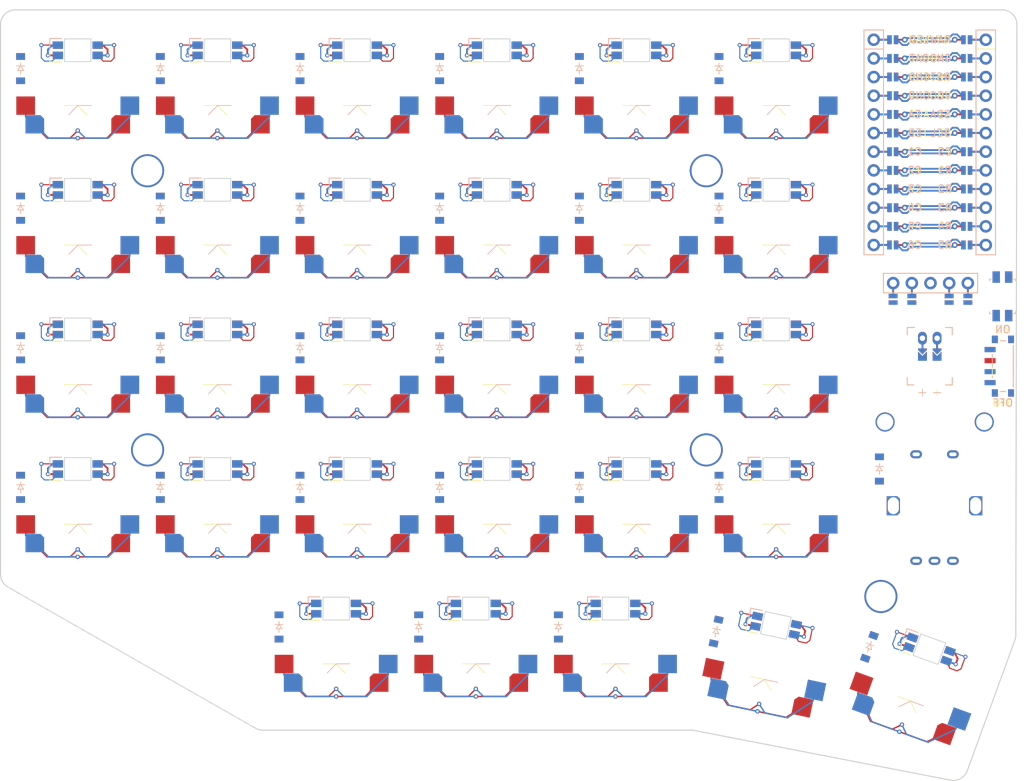
<source format=kicad_pcb>
(kicad_pcb (version 20240108) (generator "ergogen") (generator_version "4.1.0")
  (title_block (title "kitsune") (date "2025-08-18") (rev "v1.0.0") (company "Unknown"))
  (layers (0 "F.Cu" signal) (31 "B.Cu" signal) (34 "B.Paste" user) (35 "F.Paste" user) (36 "B.SilkS" user "B.Silkscreen") (37 "F.SilkS" user "F.Silkscreen") (38 "B.Mask" user) (39 "F.Mask" user) (44 "Edge.Cuts" user))
  (net 0 "")
  (net 1 "RAW")
  (net 2 "GND")
  (net 3 "RST")
  (net 4 "VCC")
  (net 5 "SDA")
  (net 6 "SCL")
  (net 7 "CS")
  (net 8 "R1")
  (net 9 "R2")
  (net 10 "R3")
  (net 11 "R4")
  (net 12 "R5")
  (net 13 "LED")
  (net 14 "DAT")
  (net 15 "EA")
  (net 16 "EB")
  (net 17 "C1")
  (net 18 "C2")
  (net 19 "C3")
  (net 20 "C4")
  (net 21 "C5")
  (net 22 "C6")
  (net 23 "P101")
  (net 24 "P102")
  (net 25 "P107")
  (net 26 "MCU1_24")
  (net 27 "MCU1_1")
  (net 28 "MCU1_23")
  (net 29 "MCU1_2")
  (net 30 "MCU1_22")
  (net 31 "MCU1_3")
  (net 32 "MCU1_21")
  (net 33 "MCU1_4")
  (net 34 "MCU1_20")
  (net 35 "MCU1_5")
  (net 36 "MCU1_19")
  (net 37 "MCU1_6")
  (net 38 "MCU1_18")
  (net 39 "MCU1_7")
  (net 40 "MCU1_17")
  (net 41 "MCU1_8")
  (net 42 "MCU1_16")
  (net 43 "MCU1_9")
  (net 44 "MCU1_15")
  (net 45 "MCU1_10")
  (net 46 "MCU1_14")
  (net 47 "MCU1_11")
  (net 48 "MCU1_13")
  (net 49 "MCU1_12")
  (net 50 "DISP1_1")
  (net 51 "DISP1_2")
  (net 52 "DISP1_4")
  (net 53 "DISP1_5")
  (net 54 "one_four")
  (net 55 "D1")
  (net 56 "D2")
  (net 57 "one_three")
  (net 58 "one_two")
  (net 59 "one_one")
  (net 60 "two_four")
  (net 61 "two_three")
  (net 62 "two_two")
  (net 63 "two_one")
  (net 64 "three_four")
  (net 65 "three_three")
  (net 66 "three_two")
  (net 67 "three_one")
  (net 68 "four_four")
  (net 69 "four_three")
  (net 70 "four_two")
  (net 71 "four_one")
  (net 72 "five_four")
  (net 73 "five_three")
  (net 74 "five_two")
  (net 75 "five_one")
  (net 76 "six_four")
  (net 77 "six_three")
  (net 78 "six_two")
  (net 79 "six_one")
  (net 80 "first_five")
  (net 81 "second_five")
  (net 82 "third_five")
  (net 83 "fourth_five")
  (net 84 "fifth_five")
  (net 85 "endiode")
  (net 86 "LED24")
  (net 87 "LED23")
  (net 88 "LED13")
  (net 89 "LED12")
  (net 90 "LED11")
  (net 91 "LED1")
  (net 92 "LED22")
  (net 93 "LED14")
  (net 94 "LED10")
  (net 95 "LED2")
  (net 96 "LED21")
  (net 97 "LED15")
  (net 98 "LED9")
  (net 99 "LED3")
  (net 100 "LED20")
  (net 101 "LED16")
  (net 102 "LED8")
  (net 103 "LED4")
  (net 104 "LED19")
  (net 105 "LED17")
  (net 106 "LED7")
  (net 107 "LED5")
  (net 108 "LED18")
  (net 109 "LED6")
  (net 110 "LED25")
  (net 111 "LED26")
  (net 112 "LED27")
  (net 113 "LED28")
  (net 114 "LEDEND")
  (net 115 "BAT_P")
  (net 116 "JST1_1")
  (net 117 "JST1_2")
  (footprint "ceoloide:mcu_nice_nano" (layer "F.Cu") (at 265.9 99.27 0)
    (property "Reference" "MCU1" hide)
  )
  (segment (start 270.47999999999996 86.57) (end 269.29999999999995 86.57) (width 0.25) (layer "F.Cu"))
  (segment (start 261.32 86.57) (end 262.5 86.57) (width 0.25) (layer "F.Cu"))
  (segment (start 258.28 86.57) (end 260.4 86.57) (width 0.25) (layer "F.Cu"))
  (segment (start 258.28 86.57) (end 260.4 86.57) (width 0.25) (layer "B.Cu"))
  (segment (start 271.4 86.57) (end 273.52 86.57) (width 0.25) (layer "F.Cu"))
  (segment (start 273.52 86.57) (end 271.4 86.57) (width 0.25) (layer "B.Cu"))
  (segment (start 263.295305 86.8) (end 269.07 86.8) (width 0.25) (layer "B.Cu"))
  (segment (start 261.125 86.57) (end 261.474695 86.57) (width 0.25) (layer "B.Cu"))
  (segment (start 262.19969499999996 87.295) (end 262.800305 87.295) (width 0.25) (layer "B.Cu"))
  (segment (start 261.474695 86.57) (end 262.19969499999996 87.295) (width 0.25) (layer "B.Cu"))
  (segment (start 262.800305 87.295) (end 263.295305 86.8) (width 0.25) (layer "B.Cu"))
  (segment (start 270.67499999999995 86.57) (end 270.32530499999996 86.57) (width 0.25) (layer "B.Cu"))
  (segment (start 268.494695 86.35) (end 262.71999999999997 86.35) (width 0.25) (layer "B.Cu"))
  (segment (start 270.32530499999996 86.57) (end 269.600305 85.845) (width 0.25) (layer "B.Cu"))
  (segment (start 269.600305 85.845) (end 268.999695 85.845) (width 0.25) (layer "B.Cu"))
  (segment (start 268.999695 85.845) (end 268.494695 86.35) (width 0.25) (layer "B.Cu"))
  (segment (start 270.47999999999996 89.11) (end 269.29999999999995 89.11) (width 0.25) (layer "F.Cu"))
  (segment (start 261.32 89.11) (end 262.5 89.11) (width 0.25) (layer "F.Cu"))
  (segment (start 258.28 89.11) (end 260.4 89.11) (width 0.25) (layer "F.Cu"))
  (segment (start 258.28 89.11) (end 260.4 89.11) (width 0.25) (layer "B.Cu"))
  (segment (start 271.4 89.11) (end 273.52 89.11) (width 0.25) (layer "F.Cu"))
  (segment (start 273.52 89.11) (end 271.4 89.11) (width 0.25) (layer "B.Cu"))
  (segment (start 263.295305 89.34) (end 269.07 89.34) (width 0.25) (layer "B.Cu"))
  (segment (start 261.125 89.11) (end 261.474695 89.11) (width 0.25) (layer "B.Cu"))
  (segment (start 262.19969499999996 89.835) (end 262.800305 89.835) (width 0.25) (layer "B.Cu"))
  (segment (start 261.474695 89.11) (end 262.19969499999996 89.835) (width 0.25) (layer "B.Cu"))
  (segment (start 262.800305 89.835) (end 263.295305 89.34) (width 0.25) (layer "B.Cu"))
  (segment (start 270.67499999999995 89.11) (end 270.32530499999996 89.11) (width 0.25) (layer "B.Cu"))
  (segment (start 268.494695 88.89) (end 262.71999999999997 88.89) (width 0.25) (layer "B.Cu"))
  (segment (start 270.32530499999996 89.11) (end 269.600305 88.38499999999999) (width 0.25) (layer "B.Cu"))
  (segment (start 269.600305 88.38499999999999) (end 268.999695 88.38499999999999) (width 0.25) (layer "B.Cu"))
  (segment (start 268.999695 88.38499999999999) (end 268.494695 88.89) (width 0.25) (layer "B.Cu"))
  (segment (start 270.47999999999996 91.64999999999999) (end 269.29999999999995 91.64999999999999) (width 0.25) (layer "F.Cu"))
  (segment (start 261.32 91.64999999999999) (end 262.5 91.64999999999999) (width 0.25) (layer "F.Cu"))
  (segment (start 258.28 91.64999999999999) (end 260.4 91.64999999999999) (width 0.25) (layer "F.Cu"))
  (segment (start 258.28 91.64999999999999) (end 260.4 91.64999999999999) (width 0.25) (layer "B.Cu"))
  (segment (start 271.4 91.64999999999999) (end 273.52 91.64999999999999) (width 0.25) (layer "F.Cu"))
  (segment (start 273.52 91.64999999999999) (end 271.4 91.64999999999999) (width 0.25) (layer "B.Cu"))
  (segment (start 263.295305 91.88) (end 269.07 91.88) (width 0.25) (layer "B.Cu"))
  (segment (start 261.125 91.64999999999999) (end 261.474695 91.64999999999999) (width 0.25) (layer "B.Cu"))
  (segment (start 262.19969499999996 92.375) (end 262.800305 92.375) (width 0.25) (layer "B.Cu"))
  (segment (start 261.474695 91.64999999999999) (end 262.19969499999996 92.375) (width 0.25) (layer "B.Cu"))
  (segment (start 262.800305 92.375) (end 263.295305 91.88) (width 0.25) (layer "B.Cu"))
  (segment (start 270.67499999999995 91.64999999999999) (end 270.32530499999996 91.64999999999999) (width 0.25) (layer "B.Cu"))
  (segment (start 268.494695 91.42999999999999) (end 262.71999999999997 91.42999999999999) (width 0.25) (layer "B.Cu"))
  (segment (start 270.32530499999996 91.64999999999999) (end 269.600305 90.925) (width 0.25) (layer "B.Cu"))
  (segment (start 269.600305 90.925) (end 268.999695 90.925) (width 0.25) (layer "B.Cu"))
  (segment (start 268.999695 90.925) (end 268.494695 91.42999999999999) (width 0.25) (layer "B.Cu"))
  (segment (start 270.47999999999996 94.19) (end 269.29999999999995 94.19) (width 0.25) (layer "F.Cu"))
  (segment (start 261.32 94.19) (end 262.5 94.19) (width 0.25) (layer "F.Cu"))
  (segment (start 258.28 94.19) (end 260.4 94.19) (width 0.25) (layer "F.Cu"))
  (segment (start 258.28 94.19) (end 260.4 94.19) (width 0.25) (layer "B.Cu"))
  (segment (start 271.4 94.19) (end 273.52 94.19) (width 0.25) (layer "F.Cu"))
  (segment (start 273.52 94.19) (end 271.4 94.19) (width 0.25) (layer "B.Cu"))
  (segment (start 263.295305 94.42) (end 269.07 94.42) (width 0.25) (layer "B.Cu"))
  (segment (start 261.125 94.19) (end 261.474695 94.19) (width 0.25) (layer "B.Cu"))
  (segment (start 262.19969499999996 94.91499999999999) (end 262.800305 94.91499999999999) (width 0.25) (layer "B.Cu"))
  (segment (start 261.474695 94.19) (end 262.19969499999996 94.91499999999999) (width 0.25) (layer "B.Cu"))
  (segment (start 262.800305 94.91499999999999) (end 263.295305 94.42) (width 0.25) (layer "B.Cu"))
  (segment (start 270.67499999999995 94.19) (end 270.32530499999996 94.19) (width 0.25) (layer "B.Cu"))
  (segment (start 268.494695 93.97) (end 262.71999999999997 93.97) (width 0.25) (layer "B.Cu"))
  (segment (start 270.32530499999996 94.19) (end 269.600305 93.465) (width 0.25) (layer "B.Cu"))
  (segment (start 269.600305 93.465) (end 268.999695 93.465) (width 0.25) (layer "B.Cu"))
  (segment (start 268.999695 93.465) (end 268.494695 93.97) (width 0.25) (layer "B.Cu"))
  (segment (start 270.47999999999996 96.72999999999999) (end 269.29999999999995 96.72999999999999) (width 0.25) (layer "F.Cu"))
  (segment (start 261.32 96.72999999999999) (end 262.5 96.72999999999999) (width 0.25) (layer "F.Cu"))
  (segment (start 258.28 96.72999999999999) (end 260.4 96.72999999999999) (width 0.25) (layer "F.Cu"))
  (segment (start 258.28 96.72999999999999) (end 260.4 96.72999999999999) (width 0.25) (layer "B.Cu"))
  (segment (start 271.4 96.72999999999999) (end 273.52 96.72999999999999) (width 0.25) (layer "F.Cu"))
  (segment (start 273.52 96.72999999999999) (end 271.4 96.72999999999999) (width 0.25) (layer "B.Cu"))
  (segment (start 263.295305 96.96) (end 269.07 96.96) (width 0.25) (layer "B.Cu"))
  (segment (start 261.125 96.72999999999999) (end 261.474695 96.72999999999999) (width 0.25) (layer "B.Cu"))
  (segment (start 262.19969499999996 97.455) (end 262.800305 97.455) (width 0.25) (layer "B.Cu"))
  (segment (start 261.474695 96.72999999999999) (end 262.19969499999996 97.455) (width 0.25) (layer "B.Cu"))
  (segment (start 262.800305 97.455) (end 263.295305 96.96) (width 0.25) (layer "B.Cu"))
  (segment (start 270.67499999999995 96.72999999999999) (end 270.32530499999996 96.72999999999999) (width 0.25) (layer "B.Cu"))
  (segment (start 268.494695 96.50999999999999) (end 262.71999999999997 96.50999999999999) (width 0.25) (layer "B.Cu"))
  (segment (start 270.32530499999996 96.72999999999999) (end 269.600305 96.005) (width 0.25) (layer "B.Cu"))
  (segment (start 269.600305 96.005) (end 268.999695 96.005) (width 0.25) (layer "B.Cu"))
  (segment (start 268.999695 96.005) (end 268.494695 96.50999999999999) (width 0.25) (layer "B.Cu"))
  (segment (start 270.47999999999996 99.27) (end 269.29999999999995 99.27) (width 0.25) (layer "F.Cu"))
  (segment (start 261.32 99.27) (end 262.5 99.27) (width 0.25) (layer "F.Cu"))
  (segment (start 258.28 99.27) (end 260.4 99.27) (width 0.25) (layer "F.Cu"))
  (segment (start 258.28 99.27) (end 260.4 99.27) (width 0.25) (layer "B.Cu"))
  (segment (start 271.4 99.27) (end 273.52 99.27) (width 0.25) (layer "F.Cu"))
  (segment (start 273.52 99.27) (end 271.4 99.27) (width 0.25) (layer "B.Cu"))
  (segment (start 263.295305 99.5) (end 269.07 99.5) (width 0.25) (layer "B.Cu"))
  (segment (start 261.125 99.27) (end 261.474695 99.27) (width 0.25) (layer "B.Cu"))
  (segment (start 262.19969499999996 99.99499999999999) (end 262.800305 99.99499999999999) (width 0.25) (layer "B.Cu"))
  (segment (start 261.474695 99.27) (end 262.19969499999996 99.99499999999999) (width 0.25) (layer "B.Cu"))
  (segment (start 262.800305 99.99499999999999) (end 263.295305 99.5) (width 0.25) (layer "B.Cu"))
  (segment (start 270.67499999999995 99.27) (end 270.32530499999996 99.27) (width 0.25) (layer "B.Cu"))
  (segment (start 268.494695 99.05) (end 262.71999999999997 99.05) (width 0.25) (layer "B.Cu"))
  (segment (start 270.32530499999996 99.27) (end 269.600305 98.545) (width 0.25) (layer "B.Cu"))
  (segment (start 269.600305 98.545) (end 268.999695 98.545) (width 0.25) (layer "B.Cu"))
  (segment (start 268.999695 98.545) (end 268.494695 99.05) (width 0.25) (layer "B.Cu"))
  (segment (start 270.47999999999996 101.81) (end 269.29999999999995 101.81) (width 0.25) (layer "F.Cu"))
  (segment (start 261.32 101.81) (end 262.5 101.81) (width 0.25) (layer "F.Cu"))
  (segment (start 258.28 101.81) (end 260.4 101.81) (width 0.25) (layer "F.Cu"))
  (segment (start 258.28 101.81) (end 260.4 101.81) (width 0.25) (layer "B.Cu"))
  (segment (start 271.4 101.81) (end 273.52 101.81) (width 0.25) (layer "F.Cu"))
  (segment (start 273.52 101.81) (end 271.4 101.81) (width 0.25) (layer "B.Cu"))
  (segment (start 263.295305 102.03999999999999) (end 269.07 102.03999999999999) (width 0.25) (layer "B.Cu"))
  (segment (start 261.125 101.81) (end 261.474695 101.81) (width 0.25) (layer "B.Cu"))
  (segment (start 262.19969499999996 102.535) (end 262.800305 102.535) (width 0.25) (layer "B.Cu"))
  (segment (start 261.474695 101.81) (end 262.19969499999996 102.535) (width 0.25) (layer "B.Cu"))
  (segment (start 262.800305 102.535) (end 263.295305 102.03999999999999) (width 0.25) (layer "B.Cu"))
  (segment (start 270.67499999999995 101.81) (end 270.32530499999996 101.81) (width 0.25) (layer "B.Cu"))
  (segment (start 268.494695 101.58999999999999) (end 262.71999999999997 101.58999999999999) (width 0.25) (layer "B.Cu"))
  (segment (start 270.32530499999996 101.81) (end 269.600305 101.085) (width 0.25) (layer "B.Cu"))
  (segment (start 269.600305 101.085) (end 268.999695 101.085) (width 0.25) (layer "B.Cu"))
  (segment (start 268.999695 101.085) (end 268.494695 101.58999999999999) (width 0.25) (layer "B.Cu"))
  (segment (start 270.47999999999996 104.35) (end 269.29999999999995 104.35) (width 0.25) (layer "F.Cu"))
  (segment (start 261.32 104.35) (end 262.5 104.35) (width 0.25) (layer "F.Cu"))
  (segment (start 258.28 104.35) (end 260.4 104.35) (width 0.25) (layer "F.Cu"))
  (segment (start 258.28 104.35) (end 260.4 104.35) (width 0.25) (layer "B.Cu"))
  (segment (start 271.4 104.35) (end 273.52 104.35) (width 0.25) (layer "F.Cu"))
  (segment (start 273.52 104.35) (end 271.4 104.35) (width 0.25) (layer "B.Cu"))
  (segment (start 263.295305 104.58) (end 269.07 104.58) (width 0.25) (layer "B.Cu"))
  (segment (start 261.125 104.35) (end 261.474695 104.35) (width 0.25) (layer "B.Cu"))
  (segment (start 262.19969499999996 105.07499999999999) (end 262.800305 105.07499999999999) (width 0.25) (layer "B.Cu"))
  (segment (start 261.474695 104.35) (end 262.19969499999996 105.07499999999999) (width 0.25) (layer "B.Cu"))
  (segment (start 262.800305 105.07499999999999) (end 263.295305 104.58) (width 0.25) (layer "B.Cu"))
  (segment (start 270.67499999999995 104.35) (end 270.32530499999996 104.35) (width 0.25) (layer "B.Cu"))
  (segment (start 268.494695 104.13) (end 262.71999999999997 104.13) (width 0.25) (layer "B.Cu"))
  (segment (start 270.32530499999996 104.35) (end 269.600305 103.625) (width 0.25) (layer "B.Cu"))
  (segment (start 269.600305 103.625) (end 268.999695 103.625) (width 0.25) (layer "B.Cu"))
  (segment (start 268.999695 103.625) (end 268.494695 104.13) (width 0.25) (layer "B.Cu"))
  (segment (start 270.47999999999996 106.89) (end 269.29999999999995 106.89) (width 0.25) (layer "F.Cu"))
  (segment (start 261.32 106.89) (end 262.5 106.89) (width 0.25) (layer "F.Cu"))
  (segment (start 258.28 106.89) (end 260.4 106.89) (width 0.25) (layer "F.Cu"))
  (segment (start 258.28 106.89) (end 260.4 106.89) (width 0.25) (layer "B.Cu"))
  (segment (start 271.4 106.89) (end 273.52 106.89) (width 0.25) (layer "F.Cu"))
  (segment (start 273.52 106.89) (end 271.4 106.89) (width 0.25) (layer "B.Cu"))
  (segment (start 263.295305 107.11999999999999) (end 269.07 107.11999999999999) (width 0.25) (layer "B.Cu"))
  (segment (start 261.125 106.89) (end 261.474695 106.89) (width 0.25) (layer "B.Cu"))
  (segment (start 262.19969499999996 107.615) (end 262.800305 107.615) (width 0.25) (layer "B.Cu"))
  (segment (start 261.474695 106.89) (end 262.19969499999996 107.615) (width 0.25) (layer "B.Cu"))
  (segment (start 262.800305 107.615) (end 263.295305 107.11999999999999) (width 0.25) (layer "B.Cu"))
  (segment (start 270.67499999999995 106.89) (end 270.32530499999996 106.89) (width 0.25) (layer "B.Cu"))
  (segment (start 268.494695 106.67) (end 262.71999999999997 106.67) (width 0.25) (layer "B.Cu"))
  (segment (start 270.32530499999996 106.89) (end 269.600305 106.16499999999999) (width 0.25) (layer "B.Cu"))
  (segment (start 269.600305 106.16499999999999) (end 268.999695 106.16499999999999) (width 0.25) (layer "B.Cu"))
  (segment (start 268.999695 106.16499999999999) (end 268.494695 106.67) (width 0.25) (layer "B.Cu"))
  (segment (start 270.47999999999996 109.42999999999999) (end 269.29999999999995 109.42999999999999) (width 0.25) (layer "F.Cu"))
  (segment (start 261.32 109.42999999999999) (end 262.5 109.42999999999999) (width 0.25) (layer "F.Cu"))
  (segment (start 258.28 109.42999999999999) (end 260.4 109.42999999999999) (width 0.25) (layer "F.Cu"))
  (segment (start 258.28 109.42999999999999) (end 260.4 109.42999999999999) (width 0.25) (layer "B.Cu"))
  (segment (start 271.4 109.42999999999999) (end 273.52 109.42999999999999) (width 0.25) (layer "F.Cu"))
  (segment (start 273.52 109.42999999999999) (end 271.4 109.42999999999999) (width 0.25) (layer "B.Cu"))
  (segment (start 263.295305 109.66) (end 269.07 109.66) (width 0.25) (layer "B.Cu"))
  (segment (start 261.125 109.42999999999999) (end 261.474695 109.42999999999999) (width 0.25) (layer "B.Cu"))
  (segment (start 262.19969499999996 110.155) (end 262.800305 110.155) (width 0.25) (layer "B.Cu"))
  (segment (start 261.474695 109.42999999999999) (end 262.19969499999996 110.155) (width 0.25) (layer "B.Cu"))
  (segment (start 262.800305 110.155) (end 263.295305 109.66) (width 0.25) (layer "B.Cu"))
  (segment (start 270.67499999999995 109.42999999999999) (end 270.32530499999996 109.42999999999999) (width 0.25) (layer "B.Cu"))
  (segment (start 268.494695 109.21) (end 262.71999999999997 109.21) (width 0.25) (layer "B.Cu"))
  (segment (start 270.32530499999996 109.42999999999999) (end 269.600305 108.705) (width 0.25) (layer "B.Cu"))
  (segment (start 269.600305 108.705) (end 268.999695 108.705) (width 0.25) (layer "B.Cu"))
  (segment (start 268.999695 108.705) (end 268.494695 109.21) (width 0.25) (layer "B.Cu"))
  (segment (start 270.47999999999996 111.97) (end 269.29999999999995 111.97) (width 0.25) (layer "F.Cu"))
  (segment (start 261.32 111.97) (end 262.5 111.97) (width 0.25) (layer "F.Cu"))
  (segment (start 258.28 111.97) (end 260.4 111.97) (width 0.25) (layer "F.Cu"))
  (segment (start 258.28 111.97) (end 260.4 111.97) (width 0.25) (layer "B.Cu"))
  (segment (start 271.4 111.97) (end 273.52 111.97) (width 0.25) (layer "F.Cu"))
  (segment (start 273.52 111.97) (end 271.4 111.97) (width 0.25) (layer "B.Cu"))
  (segment (start 263.295305 112.19999999999999) (end 269.07 112.19999999999999) (width 0.25) (layer "B.Cu"))
  (segment (start 261.125 111.97) (end 261.474695 111.97) (width 0.25) (layer "B.Cu"))
  (segment (start 262.19969499999996 112.695) (end 262.800305 112.695) (width 0.25) (layer "B.Cu"))
  (segment (start 261.474695 111.97) (end 262.19969499999996 112.695) (width 0.25) (layer "B.Cu"))
  (segment (start 262.800305 112.695) (end 263.295305 112.19999999999999) (width 0.25) (layer "B.Cu"))
  (segment (start 270.67499999999995 111.97) (end 270.32530499999996 111.97) (width 0.25) (layer "B.Cu"))
  (segment (start 268.494695 111.75) (end 262.71999999999997 111.75) (width 0.25) (layer "B.Cu"))
  (segment (start 270.32530499999996 111.97) (end 269.600305 111.24499999999999) (width 0.25) (layer "B.Cu"))
  (segment (start 269.600305 111.24499999999999) (end 268.999695 111.24499999999999) (width 0.25) (layer "B.Cu"))
  (segment (start 268.999695 111.24499999999999) (end 268.494695 111.75) (width 0.25) (layer "B.Cu"))
  (segment (start 270.47999999999996 114.50999999999999) (end 269.29999999999995 114.50999999999999) (width 0.25) (layer "F.Cu"))
  (segment (start 261.32 114.50999999999999) (end 262.5 114.50999999999999) (width 0.25) (layer "F.Cu"))
  (segment (start 258.28 114.50999999999999) (end 260.4 114.50999999999999) (width 0.25) (layer "F.Cu"))
  (segment (start 258.28 114.50999999999999) (end 260.4 114.50999999999999) (width 0.25) (layer "B.Cu"))
  (segment (start 271.4 114.50999999999999) (end 273.52 114.50999999999999) (width 0.25) (layer "F.Cu"))
  (segment (start 273.52 114.50999999999999) (end 271.4 114.50999999999999) (width 0.25) (layer "B.Cu"))
  (segment (start 263.295305 114.74) (end 269.07 114.74) (width 0.25) (layer "B.Cu"))
  (segment (start 261.125 114.50999999999999) (end 261.474695 114.50999999999999) (width 0.25) (layer "B.Cu"))
  (segment (start 262.19969499999996 115.235) (end 262.800305 115.235) (width 0.25) (layer "B.Cu"))
  (segment (start 261.474695 114.50999999999999) (end 262.19969499999996 115.235) (width 0.25) (layer "B.Cu"))
  (segment (start 262.800305 115.235) (end 263.295305 114.74) (width 0.25) (layer "B.Cu"))
  (segment (start 270.67499999999995 114.50999999999999) (end 270.32530499999996 114.50999999999999) (width 0.25) (layer "B.Cu"))
  (segment (start 268.494695 114.28999999999999) (end 262.71999999999997 114.28999999999999) (width 0.25) (layer "B.Cu"))
  (segment (start 270.32530499999996 114.50999999999999) (end 269.600305 113.785) (width 0.25) (layer "B.Cu"))
  (segment (start 269.600305 113.785) (end 268.999695 113.785) (width 0.25) (layer "B.Cu"))
  (segment (start 268.999695 113.785) (end 268.494695 114.28999999999999) (width 0.25) (layer "B.Cu"))
  (footprint "ceoloide:display_nice_view" (layer F.Cu) (at 266 103 0)
    (property "Reference" "DISP1" hide)
  )
  (segment (start 260.92 119.7) (end 260.92 121.45) (width 0.25) (layer "F.Cu") (net 50))
  (segment (start 263.46 119.7) (end 263.46 121.45) (width 0.25) (layer "F.Cu") (net 51))
  (segment (start 268.54 119.7) (end 268.54 121.45) (width 0.25) (layer "F.Cu") (net 52))
  (segment (start 271.08 119.7) (end 271.08 121.45) (width 0.25) (layer "F.Cu") (net 53))
  (segment (start 260.92 119.7) (end 260.92 121.45) (width 0.25) (layer "B.Cu") (net 50))
  (segment (start 263.46 119.7) (end 263.46 121.45) (width 0.25) (layer "B.Cu") (net 51))
  (segment (start 268.54 119.7) (end 268.54 121.45) (width 0.25) (layer "B.Cu") (net 52))
  (segment (start 271.08 119.7) (end 271.08 121.45) (width 0.25) (layer "B.Cu") (net 53))
  (footprint "ceoloide:switch_mx" (layer "B.Cu") (at 150 150 180)
    (property "Reference" "S1" hide)
  )
  (segment (start 155.842 155.08) (end 153.963 156.959) (width 0.2) (layer "F.Cu") (net 54))
  (segment (start 153.963 156.959) (end 150 156.959) (width 0.2) (layer "F.Cu") (net 17))
  (via (at 150 156.959) (size 0.6) (drill 0.3) (layers "F.Cu" "B.Cu") (net 17))
  (segment (start 150 156.959) (end 146.037 156.9595) (width 0.2) (layer "B.Cu") (net 17))
  (segment (start 146.037 156.959) (end 144.158 155.08) (width 0.2) (layer "B.Cu") (net 17))
  (segment (start 150 155.93) (end 148.971 156.959) (width 0.2) (layer "F.Cu") (net 54))
  (segment (start 145.834 156.959) (end 142.915 154.04) (width 0.2) (layer "F.Cu") (net 54))
  (segment (start 142.915 154.04) (end 142.915 152.54) (width 0.2) (layer "F.Cu") (net 54))
  (segment (start 148.971 156.959) (end 145.834 156.959) (width 0.2) (layer "F.Cu") (net 54))
  (via (at 150 155.93) (size 0.6) (drill 0.3) (layers "F.Cu" "B.Cu") (net 54))
  (segment (start 154.166 156.959) (end 151.029 156.959) (width 0.2) (layer "B.Cu") (net 54))
  (segment (start 157.085 152.54) (end 157.085 154.04) (width 0.2) (layer "B.Cu") (net 54))
  (segment (start 157.085 154.04) (end 154.166 156.959) (width 0.2) (layer "B.Cu") (net 54))
  (segment (start 151.029 156.959) (end 150 155.93) (width 0.2) (layer "B.Cu") (net 54))
  (footprint "ceoloide:switch_mx" (layer "B.Cu") (at 150 131 180)
    (property "Reference" "S2" hide)
  )
  (segment (start 155.842 136.08) (end 153.963 137.959) (width 0.2) (layer "F.Cu") (net 57))
  (segment (start 153.963 137.959) (end 150 137.959) (width 0.2) (layer "F.Cu") (net 17))
  (via (at 150 137.959) (size 0.6) (drill 0.3) (layers "F.Cu" "B.Cu") (net 17))
  (segment (start 150 137.959) (end 146.037 137.9595) (width 0.2) (layer "B.Cu") (net 17))
  (segment (start 146.037 137.959) (end 144.158 136.08) (width 0.2) (layer "B.Cu") (net 17))
  (segment (start 150 136.93) (end 148.971 137.959) (width 0.2) (layer "F.Cu") (net 57))
  (segment (start 145.834 137.959) (end 142.915 135.04) (width 0.2) (layer "F.Cu") (net 57))
  (segment (start 142.915 135.04) (end 142.915 133.54) (width 0.2) (layer "F.Cu") (net 57))
  (segment (start 148.971 137.959) (end 145.834 137.959) (width 0.2) (layer "F.Cu") (net 57))
  (via (at 150 136.93) (size 0.6) (drill 0.3) (layers "F.Cu" "B.Cu") (net 57))
  (segment (start 154.166 137.959) (end 151.029 137.959) (width 0.2) (layer "B.Cu") (net 57))
  (segment (start 157.085 133.54) (end 157.085 135.04) (width 0.2) (layer "B.Cu") (net 57))
  (segment (start 157.085 135.04) (end 154.166 137.959) (width 0.2) (layer "B.Cu") (net 57))
  (segment (start 151.029 137.959) (end 150 136.93) (width 0.2) (layer "B.Cu") (net 57))
  (footprint "ceoloide:switch_mx" (layer "B.Cu") (at 150 112 180)
    (property "Reference" "S3" hide)
  )
  (segment (start 155.842 117.08) (end 153.963 118.959) (width 0.2) (layer "F.Cu") (net 58))
  (segment (start 153.963 118.959) (end 150 118.959) (width 0.2) (layer "F.Cu") (net 17))
  (via (at 150 118.959) (size 0.6) (drill 0.3) (layers "F.Cu" "B.Cu") (net 17))
  (segment (start 150 118.959) (end 146.037 118.9595) (width 0.2) (layer "B.Cu") (net 17))
  (segment (start 146.037 118.959) (end 144.158 117.08) (width 0.2) (layer "B.Cu") (net 17))
  (segment (start 150 117.93) (end 148.971 118.959) (width 0.2) (layer "F.Cu") (net 58))
  (segment (start 145.834 118.959) (end 142.915 116.04) (width 0.2) (layer "F.Cu") (net 58))
  (segment (start 142.915 116.04) (end 142.915 114.54) (width 0.2) (layer "F.Cu") (net 58))
  (segment (start 148.971 118.959) (end 145.834 118.959) (width 0.2) (layer "F.Cu") (net 58))
  (via (at 150 117.93) (size 0.6) (drill 0.3) (layers "F.Cu" "B.Cu") (net 58))
  (segment (start 154.166 118.959) (end 151.029 118.959) (width 0.2) (layer "B.Cu") (net 58))
  (segment (start 157.085 114.54) (end 157.085 116.04) (width 0.2) (layer "B.Cu") (net 58))
  (segment (start 157.085 116.04) (end 154.166 118.959) (width 0.2) (layer "B.Cu") (net 58))
  (segment (start 151.029 118.959) (end 150 117.93) (width 0.2) (layer "B.Cu") (net 58))
  (footprint "ceoloide:switch_mx" (layer "B.Cu") (at 150 93 180)
    (property "Reference" "S4" hide)
  )
  (segment (start 155.842 98.08) (end 153.963 99.959) (width 0.2) (layer "F.Cu") (net 59))
  (segment (start 153.963 99.959) (end 150 99.959) (width 0.2) (layer "F.Cu") (net 17))
  (via (at 150 99.959) (size 0.6) (drill 0.3) (layers "F.Cu" "B.Cu") (net 17))
  (segment (start 150 99.959) (end 146.037 99.9595) (width 0.2) (layer "B.Cu") (net 17))
  (segment (start 146.037 99.959) (end 144.158 98.08) (width 0.2) (layer "B.Cu") (net 17))
  (segment (start 150 98.93) (end 148.971 99.959) (width 0.2) (layer "F.Cu") (net 59))
  (segment (start 145.834 99.959) (end 142.915 97.04) (width 0.2) (layer "F.Cu") (net 59))
  (segment (start 142.915 97.04) (end 142.915 95.54) (width 0.2) (layer "F.Cu") (net 59))
  (segment (start 148.971 99.959) (end 145.834 99.959) (width 0.2) (layer "F.Cu") (net 59))
  (via (at 150 98.93) (size 0.6) (drill 0.3) (layers "F.Cu" "B.Cu") (net 59))
  (segment (start 154.166 99.959) (end 151.029 99.959) (width 0.2) (layer "B.Cu") (net 59))
  (segment (start 157.085 95.54) (end 157.085 97.04) (width 0.2) (layer "B.Cu") (net 59))
  (segment (start 157.085 97.04) (end 154.166 99.959) (width 0.2) (layer "B.Cu") (net 59))
  (segment (start 151.029 99.959) (end 150 98.93) (width 0.2) (layer "B.Cu") (net 59))
  (footprint "ceoloide:switch_mx" (layer "B.Cu") (at 169 150 180)
    (property "Reference" "S5" hide)
  )
  (segment (start 174.842 155.08) (end 172.963 156.959) (width 0.2) (layer "F.Cu") (net 60))
  (segment (start 172.963 156.959) (end 169 156.959) (width 0.2) (layer "F.Cu") (net 18))
  (via (at 169 156.959) (size 0.6) (drill 0.3) (layers "F.Cu" "B.Cu") (net 18))
  (segment (start 169 156.959) (end 165.037 156.9595) (width 0.2) (layer "B.Cu") (net 18))
  (segment (start 165.037 156.959) (end 163.158 155.08) (width 0.2) (layer "B.Cu") (net 18))
  (segment (start 169 155.93) (end 167.971 156.959) (width 0.2) (layer "F.Cu") (net 60))
  (segment (start 164.834 156.959) (end 161.915 154.04) (width 0.2) (layer "F.Cu") (net 60))
  (segment (start 161.915 154.04) (end 161.915 152.54) (width 0.2) (layer "F.Cu") (net 60))
  (segment (start 167.971 156.959) (end 164.834 156.959) (width 0.2) (layer "F.Cu") (net 60))
  (via (at 169 155.93) (size 0.6) (drill 0.3) (layers "F.Cu" "B.Cu") (net 60))
  (segment (start 173.166 156.959) (end 170.029 156.959) (width 0.2) (layer "B.Cu") (net 60))
  (segment (start 176.085 152.54) (end 176.085 154.04) (width 0.2) (layer "B.Cu") (net 60))
  (segment (start 176.085 154.04) (end 173.166 156.959) (width 0.2) (layer "B.Cu") (net 60))
  (segment (start 170.029 156.959) (end 169 155.93) (width 0.2) (layer "B.Cu") (net 60))
  (footprint "ceoloide:switch_mx" (layer "B.Cu") (at 169 131 180)
    (property "Reference" "S6" hide)
  )
  (segment (start 174.842 136.08) (end 172.963 137.959) (width 0.2) (layer "F.Cu") (net 61))
  (segment (start 172.963 137.959) (end 169 137.959) (width 0.2) (layer "F.Cu") (net 18))
  (via (at 169 137.959) (size 0.6) (drill 0.3) (layers "F.Cu" "B.Cu") (net 18))
  (segment (start 169 137.959) (end 165.037 137.9595) (width 0.2) (layer "B.Cu") (net 18))
  (segment (start 165.037 137.959) (end 163.158 136.08) (width 0.2) (layer "B.Cu") (net 18))
  (segment (start 169 136.93) (end 167.971 137.959) (width 0.2) (layer "F.Cu") (net 61))
  (segment (start 164.834 137.959) (end 161.915 135.04) (width 0.2) (layer "F.Cu") (net 61))
  (segment (start 161.915 135.04) (end 161.915 133.54) (width 0.2) (layer "F.Cu") (net 61))
  (segment (start 167.971 137.959) (end 164.834 137.959) (width 0.2) (layer "F.Cu") (net 61))
  (via (at 169 136.93) (size 0.6) (drill 0.3) (layers "F.Cu" "B.Cu") (net 61))
  (segment (start 173.166 137.959) (end 170.029 137.959) (width 0.2) (layer "B.Cu") (net 61))
  (segment (start 176.085 133.54) (end 176.085 135.04) (width 0.2) (layer "B.Cu") (net 61))
  (segment (start 176.085 135.04) (end 173.166 137.959) (width 0.2) (layer "B.Cu") (net 61))
  (segment (start 170.029 137.959) (end 169 136.93) (width 0.2) (layer "B.Cu") (net 61))
  (footprint "ceoloide:switch_mx" (layer "B.Cu") (at 169 112 180)
    (property "Reference" "S7" hide)
  )
  (segment (start 174.842 117.08) (end 172.963 118.959) (width 0.2) (layer "F.Cu") (net 62))
  (segment (start 172.963 118.959) (end 169 118.959) (width 0.2) (layer "F.Cu") (net 18))
  (via (at 169 118.959) (size 0.6) (drill 0.3) (layers "F.Cu" "B.Cu") (net 18))
  (segment (start 169 118.959) (end 165.037 118.9595) (width 0.2) (layer "B.Cu") (net 18))
  (segment (start 165.037 118.959) (end 163.158 117.08) (width 0.2) (layer "B.Cu") (net 18))
  (segment (start 169 117.93) (end 167.971 118.959) (width 0.2) (layer "F.Cu") (net 62))
  (segment (start 164.834 118.959) (end 161.915 116.04) (width 0.2) (layer "F.Cu") (net 62))
  (segment (start 161.915 116.04) (end 161.915 114.54) (width 0.2) (layer "F.Cu") (net 62))
  (segment (start 167.971 118.959) (end 164.834 118.959) (width 0.2) (layer "F.Cu") (net 62))
  (via (at 169 117.93) (size 0.6) (drill 0.3) (layers "F.Cu" "B.Cu") (net 62))
  (segment (start 173.166 118.959) (end 170.029 118.959) (width 0.2) (layer "B.Cu") (net 62))
  (segment (start 176.085 114.54) (end 176.085 116.04) (width 0.2) (layer "B.Cu") (net 62))
  (segment (start 176.085 116.04) (end 173.166 118.959) (width 0.2) (layer "B.Cu") (net 62))
  (segment (start 170.029 118.959) (end 169 117.93) (width 0.2) (layer "B.Cu") (net 62))
  (footprint "ceoloide:switch_mx" (layer "B.Cu") (at 169 93 180)
    (property "Reference" "S8" hide)
  )
  (segment (start 174.842 98.08) (end 172.963 99.959) (width 0.2) (layer "F.Cu") (net 63))
  (segment (start 172.963 99.959) (end 169 99.959) (width 0.2) (layer "F.Cu") (net 18))
  (via (at 169 99.959) (size 0.6) (drill 0.3) (layers "F.Cu" "B.Cu") (net 18))
  (segment (start 169 99.959) (end 165.037 99.9595) (width 0.2) (layer "B.Cu") (net 18))
  (segment (start 165.037 99.959) (end 163.158 98.08) (width 0.2) (layer "B.Cu") (net 18))
  (segment (start 169 98.93) (end 167.971 99.959) (width 0.2) (layer "F.Cu") (net 63))
  (segment (start 164.834 99.959) (end 161.915 97.04) (width 0.2) (layer "F.Cu") (net 63))
  (segment (start 161.915 97.04) (end 161.915 95.54) (width 0.2) (layer "F.Cu") (net 63))
  (segment (start 167.971 99.959) (end 164.834 99.959) (width 0.2) (layer "F.Cu") (net 63))
  (via (at 169 98.93) (size 0.6) (drill 0.3) (layers "F.Cu" "B.Cu") (net 63))
  (segment (start 173.166 99.959) (end 170.029 99.959) (width 0.2) (layer "B.Cu") (net 63))
  (segment (start 176.085 95.54) (end 176.085 97.04) (width 0.2) (layer "B.Cu") (net 63))
  (segment (start 176.085 97.04) (end 173.166 99.959) (width 0.2) (layer "B.Cu") (net 63))
  (segment (start 170.029 99.959) (end 169 98.93) (width 0.2) (layer "B.Cu") (net 63))
  (footprint "ceoloide:switch_mx" (layer "B.Cu") (at 188 150 180)
    (property "Reference" "S9" hide)
  )
  (segment (start 193.842 155.08) (end 191.963 156.959) (width 0.2) (layer "F.Cu") (net 64))
  (segment (start 191.963 156.959) (end 188 156.959) (width 0.2) (layer "F.Cu") (net 19))
  (via (at 188 156.959) (size 0.6) (drill 0.3) (layers "F.Cu" "B.Cu") (net 19))
  (segment (start 188 156.959) (end 184.037 156.9595) (width 0.2) (layer "B.Cu") (net 19))
  (segment (start 184.037 156.959) (end 182.158 155.08) (width 0.2) (layer "B.Cu") (net 19))
  (segment (start 188 155.93) (end 186.971 156.959) (width 0.2) (layer "F.Cu") (net 64))
  (segment (start 183.834 156.959) (end 180.915 154.04) (width 0.2) (layer "F.Cu") (net 64))
  (segment (start 180.915 154.04) (end 180.915 152.54) (width 0.2) (layer "F.Cu") (net 64))
  (segment (start 186.971 156.959) (end 183.834 156.959) (width 0.2) (layer "F.Cu") (net 64))
  (via (at 188 155.93) (size 0.6) (drill 0.3) (layers "F.Cu" "B.Cu") (net 64))
  (segment (start 192.166 156.959) (end 189.029 156.959) (width 0.2) (layer "B.Cu") (net 64))
  (segment (start 195.085 152.54) (end 195.085 154.04) (width 0.2) (layer "B.Cu") (net 64))
  (segment (start 195.085 154.04) (end 192.166 156.959) (width 0.2) (layer "B.Cu") (net 64))
  (segment (start 189.029 156.959) (end 188 155.93) (width 0.2) (layer "B.Cu") (net 64))
  (footprint "ceoloide:switch_mx" (layer "B.Cu") (at 188 131 180)
    (property "Reference" "S10" hide)
  )
  (segment (start 193.842 136.08) (end 191.963 137.959) (width 0.2) (layer "F.Cu") (net 65))
  (segment (start 191.963 137.959) (end 188 137.959) (width 0.2) (layer "F.Cu") (net 19))
  (via (at 188 137.959) (size 0.6) (drill 0.3) (layers "F.Cu" "B.Cu") (net 19))
  (segment (start 188 137.959) (end 184.037 137.9595) (width 0.2) (layer "B.Cu") (net 19))
  (segment (start 184.037 137.959) (end 182.158 136.08) (width 0.2) (layer "B.Cu") (net 19))
  (segment (start 188 136.93) (end 186.971 137.959) (width 0.2) (layer "F.Cu") (net 65))
  (segment (start 183.834 137.959) (end 180.915 135.04) (width 0.2) (layer "F.Cu") (net 65))
  (segment (start 180.915 135.04) (end 180.915 133.54) (width 0.2) (layer "F.Cu") (net 65))
  (segment (start 186.971 137.959) (end 183.834 137.959) (width 0.2) (layer "F.Cu") (net 65))
  (via (at 188 136.93) (size 0.6) (drill 0.3) (layers "F.Cu" "B.Cu") (net 65))
  (segment (start 192.166 137.959) (end 189.029 137.959) (width 0.2) (layer "B.Cu") (net 65))
  (segment (start 195.085 133.54) (end 195.085 135.04) (width 0.2) (layer "B.Cu") (net 65))
  (segment (start 195.085 135.04) (end 192.166 137.959) (width 0.2) (layer "B.Cu") (net 65))
  (segment (start 189.029 137.959) (end 188 136.93) (width 0.2) (layer "B.Cu") (net 65))
  (footprint "ceoloide:switch_mx" (layer "B.Cu") (at 188 112 180)
    (property "Reference" "S11" hide)
  )
  (segment (start 193.842 117.08) (end 191.963 118.959) (width 0.2) (layer "F.Cu") (net 66))
  (segment (start 191.963 118.959) (end 188 118.959) (width 0.2) (layer "F.Cu") (net 19))
  (via (at 188 118.959) (size 0.6) (drill 0.3) (layers "F.Cu" "B.Cu") (net 19))
  (segment (start 188 118.959) (end 184.037 118.9595) (width 0.2) (layer "B.Cu") (net 19))
  (segment (start 184.037 118.959) (end 182.158 117.08) (width 0.2) (layer "B.Cu") (net 19))
  (segment (start 188 117.93) (end 186.971 118.959) (width 0.2) (layer "F.Cu") (net 66))
  (segment (start 183.834 118.959) (end 180.915 116.04) (width 0.2) (layer "F.Cu") (net 66))
  (segment (start 180.915 116.04) (end 180.915 114.54) (width 0.2) (layer "F.Cu") (net 66))
  (segment (start 186.971 118.959) (end 183.834 118.959) (width 0.2) (layer "F.Cu") (net 66))
  (via (at 188 117.93) (size 0.6) (drill 0.3) (layers "F.Cu" "B.Cu") (net 66))
  (segment (start 192.166 118.959) (end 189.029 118.959) (width 0.2) (layer "B.Cu") (net 66))
  (segment (start 195.085 114.54) (end 195.085 116.04) (width 0.2) (layer "B.Cu") (net 66))
  (segment (start 195.085 116.04) (end 192.166 118.959) (width 0.2) (layer "B.Cu") (net 66))
  (segment (start 189.029 118.959) (end 188 117.93) (width 0.2) (layer "B.Cu") (net 66))
  (footprint "ceoloide:switch_mx" (layer "B.Cu") (at 188 93 180)
    (property "Reference" "S12" hide)
  )
  (segment (start 193.842 98.08) (end 191.963 99.959) (width 0.2) (layer "F.Cu") (net 67))
  (segment (start 191.963 99.959) (end 188 99.959) (width 0.2) (layer "F.Cu") (net 19))
  (via (at 188 99.959) (size 0.6) (drill 0.3) (layers "F.Cu" "B.Cu") (net 19))
  (segment (start 188 99.959) (end 184.037 99.9595) (width 0.2) (layer "B.Cu") (net 19))
  (segment (start 184.037 99.959) (end 182.158 98.08) (width 0.2) (layer "B.Cu") (net 19))
  (segment (start 188 98.93) (end 186.971 99.959) (width 0.2) (layer "F.Cu") (net 67))
  (segment (start 183.834 99.959) (end 180.915 97.04) (width 0.2) (layer "F.Cu") (net 67))
  (segment (start 180.915 97.04) (end 180.915 95.54) (width 0.2) (layer "F.Cu") (net 67))
  (segment (start 186.971 99.959) (end 183.834 99.959) (width 0.2) (layer "F.Cu") (net 67))
  (via (at 188 98.93) (size 0.6) (drill 0.3) (layers "F.Cu" "B.Cu") (net 67))
  (segment (start 192.166 99.959) (end 189.029 99.959) (width 0.2) (layer "B.Cu") (net 67))
  (segment (start 195.085 95.54) (end 195.085 97.04) (width 0.2) (layer "B.Cu") (net 67))
  (segment (start 195.085 97.04) (end 192.166 99.959) (width 0.2) (layer "B.Cu") (net 67))
  (segment (start 189.029 99.959) (end 188 98.93) (width 0.2) (layer "B.Cu") (net 67))
  (footprint "ceoloide:switch_mx" (layer "B.Cu") (at 207 150 180)
    (property "Reference" "S13" hide)
  )
  (segment (start 212.842 155.08) (end 210.963 156.959) (width 0.2) (layer "F.Cu") (net 68))
  (segment (start 210.963 156.959) (end 207 156.959) (width 0.2) (layer "F.Cu") (net 20))
  (via (at 207 156.959) (size 0.6) (drill 0.3) (layers "F.Cu" "B.Cu") (net 20))
  (segment (start 207 156.959) (end 203.037 156.9595) (width 0.2) (layer "B.Cu") (net 20))
  (segment (start 203.037 156.959) (end 201.158 155.08) (width 0.2) (layer "B.Cu") (net 20))
  (segment (start 207 155.93) (end 205.971 156.959) (width 0.2) (layer "F.Cu") (net 68))
  (segment (start 202.834 156.959) (end 199.915 154.04) (width 0.2) (layer "F.Cu") (net 68))
  (segment (start 199.915 154.04) (end 199.915 152.54) (width 0.2) (layer "F.Cu") (net 68))
  (segment (start 205.971 156.959) (end 202.834 156.959) (width 0.2) (layer "F.Cu") (net 68))
  (via (at 207 155.93) (size 0.6) (drill 0.3) (layers "F.Cu" "B.Cu") (net 68))
  (segment (start 211.166 156.959) (end 208.029 156.959) (width 0.2) (layer "B.Cu") (net 68))
  (segment (start 214.085 152.54) (end 214.085 154.04) (width 0.2) (layer "B.Cu") (net 68))
  (segment (start 214.085 154.04) (end 211.166 156.959) (width 0.2) (layer "B.Cu") (net 68))
  (segment (start 208.029 156.959) (end 207 155.93) (width 0.2) (layer "B.Cu") (net 68))
  (footprint "ceoloide:switch_mx" (layer "B.Cu") (at 207 131 180)
    (property "Reference" "S14" hide)
  )
  (segment (start 212.842 136.08) (end 210.963 137.959) (width 0.2) (layer "F.Cu") (net 69))
  (segment (start 210.963 137.959) (end 207 137.959) (width 0.2) (layer "F.Cu") (net 20))
  (via (at 207 137.959) (size 0.6) (drill 0.3) (layers "F.Cu" "B.Cu") (net 20))
  (segment (start 207 137.959) (end 203.037 137.9595) (width 0.2) (layer "B.Cu") (net 20))
  (segment (start 203.037 137.959) (end 201.158 136.08) (width 0.2) (layer "B.Cu") (net 20))
  (segment (start 207 136.93) (end 205.971 137.959) (width 0.2) (layer "F.Cu") (net 69))
  (segment (start 202.834 137.959) (end 199.915 135.04) (width 0.2) (layer "F.Cu") (net 69))
  (segment (start 199.915 135.04) (end 199.915 133.54) (width 0.2) (layer "F.Cu") (net 69))
  (segment (start 205.971 137.959) (end 202.834 137.959) (width 0.2) (layer "F.Cu") (net 69))
  (via (at 207 136.93) (size 0.6) (drill 0.3) (layers "F.Cu" "B.Cu") (net 69))
  (segment (start 211.166 137.959) (end 208.029 137.959) (width 0.2) (layer "B.Cu") (net 69))
  (segment (start 214.085 133.54) (end 214.085 135.04) (width 0.2) (layer "B.Cu") (net 69))
  (segment (start 214.085 135.04) (end 211.166 137.959) (width 0.2) (layer "B.Cu") (net 69))
  (segment (start 208.029 137.959) (end 207 136.93) (width 0.2) (layer "B.Cu") (net 69))
  (footprint "ceoloide:switch_mx" (layer "B.Cu") (at 207 112 180)
    (property "Reference" "S15" hide)
  )
  (segment (start 212.842 117.08) (end 210.963 118.959) (width 0.2) (layer "F.Cu") (net 70))
  (segment (start 210.963 118.959) (end 207 118.959) (width 0.2) (layer "F.Cu") (net 20))
  (via (at 207 118.959) (size 0.6) (drill 0.3) (layers "F.Cu" "B.Cu") (net 20))
  (segment (start 207 118.959) (end 203.037 118.9595) (width 0.2) (layer "B.Cu") (net 20))
  (segment (start 203.037 118.959) (end 201.158 117.08) (width 0.2) (layer "B.Cu") (net 20))
  (segment (start 207 117.93) (end 205.971 118.959) (width 0.2) (layer "F.Cu") (net 70))
  (segment (start 202.834 118.959) (end 199.915 116.04) (width 0.2) (layer "F.Cu") (net 70))
  (segment (start 199.915 116.04) (end 199.915 114.54) (width 0.2) (layer "F.Cu") (net 70))
  (segment (start 205.971 118.959) (end 202.834 118.959) (width 0.2) (layer "F.Cu") (net 70))
  (via (at 207 117.93) (size 0.6) (drill 0.3) (layers "F.Cu" "B.Cu") (net 70))
  (segment (start 211.166 118.959) (end 208.029 118.959) (width 0.2) (layer "B.Cu") (net 70))
  (segment (start 214.085 114.54) (end 214.085 116.04) (width 0.2) (layer "B.Cu") (net 70))
  (segment (start 214.085 116.04) (end 211.166 118.959) (width 0.2) (layer "B.Cu") (net 70))
  (segment (start 208.029 118.959) (end 207 117.93) (width 0.2) (layer "B.Cu") (net 70))
  (footprint "ceoloide:switch_mx" (layer "B.Cu") (at 207 93 180)
    (property "Reference" "S16" hide)
  )
  (segment (start 212.842 98.08) (end 210.963 99.959) (width 0.2) (layer "F.Cu") (net 71))
  (segment (start 210.963 99.959) (end 207 99.959) (width 0.2) (layer "F.Cu") (net 20))
  (via (at 207 99.959) (size 0.6) (drill 0.3) (layers "F.Cu" "B.Cu") (net 20))
  (segment (start 207 99.959) (end 203.037 99.9595) (width 0.2) (layer "B.Cu") (net 20))
  (segment (start 203.037 99.959) (end 201.158 98.08) (width 0.2) (layer "B.Cu") (net 20))
  (segment (start 207 98.93) (end 205.971 99.959) (width 0.2) (layer "F.Cu") (net 71))
  (segment (start 202.834 99.959) (end 199.915 97.04) (width 0.2) (layer "F.Cu") (net 71))
  (segment (start 199.915 97.04) (end 199.915 95.54) (width 0.2) (layer "F.Cu") (net 71))
  (segment (start 205.971 99.959) (end 202.834 99.959) (width 0.2) (layer "F.Cu") (net 71))
  (via (at 207 98.93) (size 0.6) (drill 0.3) (layers "F.Cu" "B.Cu") (net 71))
  (segment (start 211.166 99.959) (end 208.029 99.959) (width 0.2) (layer "B.Cu") (net 71))
  (segment (start 214.085 95.54) (end 214.085 97.04) (width 0.2) (layer "B.Cu") (net 71))
  (segment (start 214.085 97.04) (end 211.166 99.959) (width 0.2) (layer "B.Cu") (net 71))
  (segment (start 208.029 99.959) (end 207 98.93) (width 0.2) (layer "B.Cu") (net 71))
  (footprint "ceoloide:switch_mx" (layer "B.Cu") (at 226 150 180)
    (property "Reference" "S17" hide)
  )
  (segment (start 231.842 155.08) (end 229.963 156.959) (width 0.2) (layer "F.Cu") (net 72))
  (segment (start 229.963 156.959) (end 226 156.959) (width 0.2) (layer "F.Cu") (net 21))
  (via (at 226 156.959) (size 0.6) (drill 0.3) (layers "F.Cu" "B.Cu") (net 21))
  (segment (start 226 156.959) (end 222.037 156.9595) (width 0.2) (layer "B.Cu") (net 21))
  (segment (start 222.037 156.959) (end 220.158 155.08) (width 0.2) (layer "B.Cu") (net 21))
  (segment (start 226 155.93) (end 224.971 156.959) (width 0.2) (layer "F.Cu") (net 72))
  (segment (start 221.834 156.959) (end 218.915 154.04) (width 0.2) (layer "F.Cu") (net 72))
  (segment (start 218.915 154.04) (end 218.915 152.54) (width 0.2) (layer "F.Cu") (net 72))
  (segment (start 224.971 156.959) (end 221.834 156.959) (width 0.2) (layer "F.Cu") (net 72))
  (via (at 226 155.93) (size 0.6) (drill 0.3) (layers "F.Cu" "B.Cu") (net 72))
  (segment (start 230.166 156.959) (end 227.029 156.959) (width 0.2) (layer "B.Cu") (net 72))
  (segment (start 233.085 152.54) (end 233.085 154.04) (width 0.2) (layer "B.Cu") (net 72))
  (segment (start 233.085 154.04) (end 230.166 156.959) (width 0.2) (layer "B.Cu") (net 72))
  (segment (start 227.029 156.959) (end 226 155.93) (width 0.2) (layer "B.Cu") (net 72))
  (footprint "ceoloide:switch_mx" (layer "B.Cu") (at 226 131 180)
    (property "Reference" "S18" hide)
  )
  (segment (start 231.842 136.08) (end 229.963 137.959) (width 0.2) (layer "F.Cu") (net 73))
  (segment (start 229.963 137.959) (end 226 137.959) (width 0.2) (layer "F.Cu") (net 21))
  (via (at 226 137.959) (size 0.6) (drill 0.3) (layers "F.Cu" "B.Cu") (net 21))
  (segment (start 226 137.959) (end 222.037 137.9595) (width 0.2) (layer "B.Cu") (net 21))
  (segment (start 222.037 137.959) (end 220.158 136.08) (width 0.2) (layer "B.Cu") (net 21))
  (segment (start 226 136.93) (end 224.971 137.959) (width 0.2) (layer "F.Cu") (net 73))
  (segment (start 221.834 137.959) (end 218.915 135.04) (width 0.2) (layer "F.Cu") (net 73))
  (segment (start 218.915 135.04) (end 218.915 133.54) (width 0.2) (layer "F.Cu") (net 73))
  (segment (start 224.971 137.959) (end 221.834 137.959) (width 0.2) (layer "F.Cu") (net 73))
  (via (at 226 136.93) (size 0.6) (drill 0.3) (layers "F.Cu" "B.Cu") (net 73))
  (segment (start 230.166 137.959) (end 227.029 137.959) (width 0.2) (layer "B.Cu") (net 73))
  (segment (start 233.085 133.54) (end 233.085 135.04) (width 0.2) (layer "B.Cu") (net 73))
  (segment (start 233.085 135.04) (end 230.166 137.959) (width 0.2) (layer "B.Cu") (net 73))
  (segment (start 227.029 137.959) (end 226 136.93) (width 0.2) (layer "B.Cu") (net 73))
  (footprint "ceoloide:switch_mx" (layer "B.Cu") (at 226 112 180)
    (property "Reference" "S19" hide)
  )
  (segment (start 231.842 117.08) (end 229.963 118.959) (width 0.2) (layer "F.Cu") (net 74))
  (segment (start 229.963 118.959) (end 226 118.959) (width 0.2) (layer "F.Cu") (net 21))
  (via (at 226 118.959) (size 0.6) (drill 0.3) (layers "F.Cu" "B.Cu") (net 21))
  (segment (start 226 118.959) (end 222.037 118.9595) (width 0.2) (layer "B.Cu") (net 21))
  (segment (start 222.037 118.959) (end 220.158 117.08) (width 0.2) (layer "B.Cu") (net 21))
  (segment (start 226 117.93) (end 224.971 118.959) (width 0.2) (layer "F.Cu") (net 74))
  (segment (start 221.834 118.959) (end 218.915 116.04) (width 0.2) (layer "F.Cu") (net 74))
  (segment (start 218.915 116.04) (end 218.915 114.54) (width 0.2) (layer "F.Cu") (net 74))
  (segment (start 224.971 118.959) (end 221.834 118.959) (width 0.2) (layer "F.Cu") (net 74))
  (via (at 226 117.93) (size 0.6) (drill 0.3) (layers "F.Cu" "B.Cu") (net 74))
  (segment (start 230.166 118.959) (end 227.029 118.959) (width 0.2) (layer "B.Cu") (net 74))
  (segment (start 233.085 114.54) (end 233.085 116.04) (width 0.2) (layer "B.Cu") (net 74))
  (segment (start 233.085 116.04) (end 230.166 118.959) (width 0.2) (layer "B.Cu") (net 74))
  (segment (start 227.029 118.959) (end 226 117.93) (width 0.2) (layer "B.Cu") (net 74))
  (footprint "ceoloide:switch_mx" (layer "B.Cu") (at 226 93 180)
    (property "Reference" "S20" hide)
  )
  (segment (start 231.842 98.08) (end 229.963 99.959) (width 0.2) (layer "F.Cu") (net 75))
  (segment (start 229.963 99.959) (end 226 99.959) (width 0.2) (layer "F.Cu") (net 21))
  (via (at 226 99.959) (size 0.6) (drill 0.3) (layers "F.Cu" "B.Cu") (net 21))
  (segment (start 226 99.959) (end 222.037 99.9595) (width 0.2) (layer "B.Cu") (net 21))
  (segment (start 222.037 99.959) (end 220.158 98.08) (width 0.2) (layer "B.Cu") (net 21))
  (segment (start 226 98.93) (end 224.971 99.959) (width 0.2) (layer "F.Cu") (net 75))
  (segment (start 221.834 99.959) (end 218.915 97.04) (width 0.2) (layer "F.Cu") (net 75))
  (segment (start 218.915 97.04) (end 218.915 95.54) (width 0.2) (layer "F.Cu") (net 75))
  (segment (start 224.971 99.959) (end 221.834 99.959) (width 0.2) (layer "F.Cu") (net 75))
  (via (at 226 98.93) (size 0.6) (drill 0.3) (layers "F.Cu" "B.Cu") (net 75))
  (segment (start 230.166 99.959) (end 227.029 99.959) (width 0.2) (layer "B.Cu") (net 75))
  (segment (start 233.085 95.54) (end 233.085 97.04) (width 0.2) (layer "B.Cu") (net 75))
  (segment (start 233.085 97.04) (end 230.166 99.959) (width 0.2) (layer "B.Cu") (net 75))
  (segment (start 227.029 99.959) (end 226 98.93) (width 0.2) (layer "B.Cu") (net 75))
  (footprint "ceoloide:switch_mx" (layer "B.Cu") (at 245 150 180)
    (property "Reference" "S21" hide)
  )
  (segment (start 250.842 155.08) (end 248.963 156.959) (width 0.2) (layer "F.Cu") (net 76))
  (segment (start 248.963 156.959) (end 245 156.959) (width 0.2) (layer "F.Cu") (net 22))
  (via (at 245 156.959) (size 0.6) (drill 0.3) (layers "F.Cu" "B.Cu") (net 22))
  (segment (start 245 156.959) (end 241.037 156.9595) (width 0.2) (layer "B.Cu") (net 22))
  (segment (start 241.037 156.959) (end 239.158 155.08) (width 0.2) (layer "B.Cu") (net 22))
  (segment (start 245 155.93) (end 243.971 156.959) (width 0.2) (layer "F.Cu") (net 76))
  (segment (start 240.834 156.959) (end 237.915 154.04) (width 0.2) (layer "F.Cu") (net 76))
  (segment (start 237.915 154.04) (end 237.915 152.54) (width 0.2) (layer "F.Cu") (net 76))
  (segment (start 243.971 156.959) (end 240.834 156.959) (width 0.2) (layer "F.Cu") (net 76))
  (via (at 245 155.93) (size 0.6) (drill 0.3) (layers "F.Cu" "B.Cu") (net 76))
  (segment (start 249.166 156.959) (end 246.029 156.959) (width 0.2) (layer "B.Cu") (net 76))
  (segment (start 252.085 152.54) (end 252.085 154.04) (width 0.2) (layer "B.Cu") (net 76))
  (segment (start 252.085 154.04) (end 249.166 156.959) (width 0.2) (layer "B.Cu") (net 76))
  (segment (start 246.029 156.959) (end 245 155.93) (width 0.2) (layer "B.Cu") (net 76))
  (footprint "ceoloide:switch_mx" (layer "B.Cu") (at 245 131 180)
    (property "Reference" "S22" hide)
  )
  (segment (start 250.842 136.08) (end 248.963 137.959) (width 0.2) (layer "F.Cu") (net 77))
  (segment (start 248.963 137.959) (end 245 137.959) (width 0.2) (layer "F.Cu") (net 22))
  (via (at 245 137.959) (size 0.6) (drill 0.3) (layers "F.Cu" "B.Cu") (net 22))
  (segment (start 245 137.959) (end 241.037 137.9595) (width 0.2) (layer "B.Cu") (net 22))
  (segment (start 241.037 137.959) (end 239.158 136.08) (width 0.2) (layer "B.Cu") (net 22))
  (segment (start 245 136.93) (end 243.971 137.959) (width 0.2) (layer "F.Cu") (net 77))
  (segment (start 240.834 137.959) (end 237.915 135.04) (width 0.2) (layer "F.Cu") (net 77))
  (segment (start 237.915 135.04) (end 237.915 133.54) (width 0.2) (layer "F.Cu") (net 77))
  (segment (start 243.971 137.959) (end 240.834 137.959) (width 0.2) (layer "F.Cu") (net 77))
  (via (at 245 136.93) (size 0.6) (drill 0.3) (layers "F.Cu" "B.Cu") (net 77))
  (segment (start 249.166 137.959) (end 246.029 137.959) (width 0.2) (layer "B.Cu") (net 77))
  (segment (start 252.085 133.54) (end 252.085 135.04) (width 0.2) (layer "B.Cu") (net 77))
  (segment (start 252.085 135.04) (end 249.166 137.959) (width 0.2) (layer "B.Cu") (net 77))
  (segment (start 246.029 137.959) (end 245 136.93) (width 0.2) (layer "B.Cu") (net 77))
  (footprint "ceoloide:switch_mx" (layer "B.Cu") (at 245 112 180)
    (property "Reference" "S23" hide)
  )
  (segment (start 250.842 117.08) (end 248.963 118.959) (width 0.2) (layer "F.Cu") (net 78))
  (segment (start 248.963 118.959) (end 245 118.959) (width 0.2) (layer "F.Cu") (net 22))
  (via (at 245 118.959) (size 0.6) (drill 0.3) (layers "F.Cu" "B.Cu") (net 22))
  (segment (start 245 118.959) (end 241.037 118.9595) (width 0.2) (layer "B.Cu") (net 22))
  (segment (start 241.037 118.959) (end 239.158 117.08) (width 0.2) (layer "B.Cu") (net 22))
  (segment (start 245 117.93) (end 243.971 118.959) (width 0.2) (layer "F.Cu") (net 78))
  (segment (start 240.834 118.959) (end 237.915 116.04) (width 0.2) (layer "F.Cu") (net 78))
  (segment (start 237.915 116.04) (end 237.915 114.54) (width 0.2) (layer "F.Cu") (net 78))
  (segment (start 243.971 118.959) (end 240.834 118.959) (width 0.2) (layer "F.Cu") (net 78))
  (via (at 245 117.93) (size 0.6) (drill 0.3) (layers "F.Cu" "B.Cu") (net 78))
  (segment (start 249.166 118.959) (end 246.029 118.959) (width 0.2) (layer "B.Cu") (net 78))
  (segment (start 252.085 114.54) (end 252.085 116.04) (width 0.2) (layer "B.Cu") (net 78))
  (segment (start 252.085 116.04) (end 249.166 118.959) (width 0.2) (layer "B.Cu") (net 78))
  (segment (start 246.029 118.959) (end 245 117.93) (width 0.2) (layer "B.Cu") (net 78))
  (footprint "ceoloide:switch_mx" (layer "B.Cu") (at 245 93 180)
    (property "Reference" "S24" hide)
  )
  (segment (start 250.842 98.08) (end 248.963 99.959) (width 0.2) (layer "F.Cu") (net 79))
  (segment (start 248.963 99.959) (end 245 99.959) (width 0.2) (layer "F.Cu") (net 22))
  (via (at 245 99.959) (size 0.6) (drill 0.3) (layers "F.Cu" "B.Cu") (net 22))
  (segment (start 245 99.959) (end 241.037 99.9595) (width 0.2) (layer "B.Cu") (net 22))
  (segment (start 241.037 99.959) (end 239.158 98.08) (width 0.2) (layer "B.Cu") (net 22))
  (segment (start 245 98.93) (end 243.971 99.959) (width 0.2) (layer "F.Cu") (net 79))
  (segment (start 240.834 99.959) (end 237.915 97.04) (width 0.2) (layer "F.Cu") (net 79))
  (segment (start 237.915 97.04) (end 237.915 95.54) (width 0.2) (layer "F.Cu") (net 79))
  (segment (start 243.971 99.959) (end 240.834 99.959) (width 0.2) (layer "F.Cu") (net 79))
  (via (at 245 98.93) (size 0.6) (drill 0.3) (layers "F.Cu" "B.Cu") (net 79))
  (segment (start 249.166 99.959) (end 246.029 99.959) (width 0.2) (layer "B.Cu") (net 79))
  (segment (start 252.085 95.54) (end 252.085 97.04) (width 0.2) (layer "B.Cu") (net 79))
  (segment (start 252.085 97.04) (end 249.166 99.959) (width 0.2) (layer "B.Cu") (net 79))
  (segment (start 246.029 99.959) (end 245 98.93) (width 0.2) (layer "B.Cu") (net 79))
  (footprint "ceoloide:switch_mx" (layer "B.Cu") (at 185.15 169 180)
    (property "Reference" "S25" hide)
  )
  (segment (start 190.99200000000002 174.08) (end 189.113 175.959) (width 0.2) (layer "F.Cu") (net 80))
  (segment (start 189.113 175.959) (end 185.15 175.959) (width 0.2) (layer "F.Cu") (net 17))
  (via (at 185.15 175.959) (size 0.6) (drill 0.3) (layers "F.Cu" "B.Cu") (net 17))
  (segment (start 185.15 175.959) (end 181.187 175.9595) (width 0.2) (layer "B.Cu") (net 17))
  (segment (start 181.187 175.959) (end 179.308 174.08) (width 0.2) (layer "B.Cu") (net 17))
  (segment (start 185.15 174.93) (end 184.121 175.959) (width 0.2) (layer "F.Cu") (net 80))
  (segment (start 180.984 175.959) (end 178.065 173.04) (width 0.2) (layer "F.Cu") (net 80))
  (segment (start 178.065 173.04) (end 178.065 171.54) (width 0.2) (layer "F.Cu") (net 80))
  (segment (start 184.121 175.959) (end 180.984 175.959) (width 0.2) (layer "F.Cu") (net 80))
  (via (at 185.15 174.93) (size 0.6) (drill 0.3) (layers "F.Cu" "B.Cu") (net 80))
  (segment (start 189.316 175.959) (end 186.179 175.959) (width 0.2) (layer "B.Cu") (net 80))
  (segment (start 192.235 171.54) (end 192.235 173.04) (width 0.2) (layer "B.Cu") (net 80))
  (segment (start 192.235 173.04) (end 189.316 175.959) (width 0.2) (layer "B.Cu") (net 80))
  (segment (start 186.179 175.959) (end 185.15 174.93) (width 0.2) (layer "B.Cu") (net 80))
  (footprint "ceoloide:switch_mx" (layer "B.Cu") (at 204.15 169 180)
    (property "Reference" "S26" hide)
  )
  (segment (start 209.99200000000002 174.08) (end 208.113 175.959) (width 0.2) (layer "F.Cu") (net 81))
  (segment (start 208.113 175.959) (end 204.15 175.959) (width 0.2) (layer "F.Cu") (net 18))
  (via (at 204.15 175.959) (size 0.6) (drill 0.3) (layers "F.Cu" "B.Cu") (net 18))
  (segment (start 204.15 175.959) (end 200.187 175.9595) (width 0.2) (layer "B.Cu") (net 18))
  (segment (start 200.187 175.959) (end 198.308 174.08) (width 0.2) (layer "B.Cu") (net 18))
  (segment (start 204.15 174.93) (end 203.121 175.959) (width 0.2) (layer "F.Cu") (net 81))
  (segment (start 199.984 175.959) (end 197.065 173.04) (width 0.2) (layer "F.Cu") (net 81))
  (segment (start 197.065 173.04) (end 197.065 171.54) (width 0.2) (layer "F.Cu") (net 81))
  (segment (start 203.121 175.959) (end 199.984 175.959) (width 0.2) (layer "F.Cu") (net 81))
  (via (at 204.15 174.93) (size 0.6) (drill 0.3) (layers "F.Cu" "B.Cu") (net 81))
  (segment (start 208.316 175.959) (end 205.179 175.959) (width 0.2) (layer "B.Cu") (net 81))
  (segment (start 211.235 171.54) (end 211.235 173.04) (width 0.2) (layer "B.Cu") (net 81))
  (segment (start 211.235 173.04) (end 208.316 175.959) (width 0.2) (layer "B.Cu") (net 81))
  (segment (start 205.179 175.959) (end 204.15 174.93) (width 0.2) (layer "B.Cu") (net 81))
  (footprint "ceoloide:switch_mx" (layer "B.Cu") (at 223.15 169 180)
    (property "Reference" "S27" hide)
  )
  (segment (start 228.99200000000002 174.08) (end 227.113 175.959) (width 0.2) (layer "F.Cu") (net 82))
  (segment (start 227.113 175.959) (end 223.15 175.959) (width 0.2) (layer "F.Cu") (net 19))
  (via (at 223.15 175.959) (size 0.6) (drill 0.3) (layers "F.Cu" "B.Cu") (net 19))
  (segment (start 223.15 175.959) (end 219.187 175.9595) (width 0.2) (layer "B.Cu") (net 19))
  (segment (start 219.187 175.959) (end 217.308 174.08) (width 0.2) (layer "B.Cu") (net 19))
  (segment (start 223.15 174.93) (end 222.121 175.959) (width 0.2) (layer "F.Cu") (net 82))
  (segment (start 218.984 175.959) (end 216.065 173.04) (width 0.2) (layer "F.Cu") (net 82))
  (segment (start 216.065 173.04) (end 216.065 171.54) (width 0.2) (layer "F.Cu") (net 82))
  (segment (start 222.121 175.959) (end 218.984 175.959) (width 0.2) (layer "F.Cu") (net 82))
  (via (at 223.15 174.93) (size 0.6) (drill 0.3) (layers "F.Cu" "B.Cu") (net 82))
  (segment (start 227.316 175.959) (end 224.179 175.959) (width 0.2) (layer "B.Cu") (net 82))
  (segment (start 230.235 171.54) (end 230.235 173.04) (width 0.2) (layer "B.Cu") (net 82))
  (segment (start 230.235 173.04) (end 227.316 175.959) (width 0.2) (layer "B.Cu") (net 82))
  (segment (start 224.179 175.959) (end 223.15 174.93) (width 0.2) (layer "B.Cu") (net 82))
  (footprint "ceoloide:switch_mx" (layer "B.Cu") (at 243.9175633 171.1827589 168)
    (property "Reference" "S28" hide)
  )
  (segment (start 248.5757102 177.3663688) (end 246.3471048 178.8136421) (width 0.2) (layer "F.Cu") (net 83))
  (segment (start 246.3471048 178.8136421) (end 242.47070580000002 177.98968810000002) (width 0.2) (layer "F.Cu") (net 20))
  (via (at 242.47070580000002 177.98968810000002) (size 0.6) (drill 0.3) (layers "F.Cu" "B.Cu") (net 20))
  (segment (start 242.47070580000002 177.98968810000002) (end 238.5942029 177.16622310000002) (width 0.2) (layer "B.Cu") (net 20))
  (segment (start 238.59430690000002 177.16573400000001) (end 237.14703360000001 174.93712860000002) (width 0.2) (layer "B.Cu") (net 20))
  (segment (start 242.684647 176.9831742) (end 241.46419200000003 177.7757469) (width 0.2) (layer "F.Cu") (net 83))
  (segment (start 238.39574290000002 177.1235279) (end 236.1474243 173.6614209) (width 0.2) (layer "F.Cu") (net 83))
  (segment (start 236.1474243 173.6614209) (end 236.4592919 172.1941995) (width 0.2) (layer "F.Cu") (net 83))
  (segment (start 241.46419200000003 177.7757469) (end 238.39574290000002 177.1235279) (width 0.2) (layer "F.Cu") (net 83))
  (via (at 242.684647 176.9831742) (size 0.6) (drill 0.3) (layers "F.Cu" "B.Cu") (net 83))
  (segment (start 246.54566870000002 178.8558482) (end 243.4772197 178.20362920000002) (width 0.2) (layer "B.Cu") (net 83))
  (segment (start 250.31964340000002 175.1403081) (end 250.00777580000002 176.6075295) (width 0.2) (layer "B.Cu") (net 83))
  (segment (start 250.00777580000002 176.6075295) (end 246.54566870000002 178.8558482) (width 0.2) (layer "B.Cu") (net 83))
  (segment (start 243.4772197 178.20362920000002) (end 242.684647 176.9831742) (width 0.2) (layer "B.Cu") (net 83))
  (footprint "ceoloide:switch_mx" (layer "B.Cu") (at 264.14172030000003 174.224373 160)
    (property "Reference" "S29" hide)
  )
  (segment (start 267.89394230000005 180.99609320000002) (end 265.485604 182.11911980000002) (width 0.2) (layer "F.Cu") (net 84))
  (segment (start 265.485604 182.11911980000002) (end 261.7616021 180.76369390000002) (width 0.2) (layer "F.Cu") (net 21))
  (via (at 261.7616021 180.76369390000002) (size 0.6) (drill 0.3) (layers "F.Cu" "B.Cu") (net 21))
  (segment (start 261.7616021 180.76369390000002) (end 258.03742930000004 179.40873800000003) (width 0.2) (layer "B.Cu") (net 21))
  (segment (start 258.0376003 179.40826810000002) (end 256.9145737 176.99992980000002) (width 0.2) (layer "B.Cu") (net 21))
  (segment (start 262.11354090000003 179.79675020000002) (end 260.7946584 180.41175520000002) (width 0.2) (layer "F.Cu") (net 84))
  (segment (start 257.8468427 179.338838) (end 256.10223670000005 175.5975185) (width 0.2) (layer "F.Cu") (net 84))
  (segment (start 256.10223670000005 175.5975185) (end 256.61526690000005 174.1879795) (width 0.2) (layer "F.Cu") (net 84))
  (segment (start 260.7946584 180.41175520000002) (end 257.8468427 179.338838) (width 0.2) (layer "F.Cu") (net 84))
  (via (at 262.11354090000003 179.79675020000002) (size 0.6) (drill 0.3) (layers "F.Cu" "B.Cu") (net 84))
  (segment (start 265.6763616 182.18854990000003) (end 262.7285458 181.11563270000002) (width 0.2) (layer "B.Cu") (net 84))
  (segment (start 269.9307114 179.03440500000002) (end 269.41768110000004 180.44394390000002) (width 0.2) (layer "B.Cu") (net 84))
  (segment (start 269.41768110000004 180.44394390000002) (end 265.6763616 182.18854990000003) (width 0.2) (layer "B.Cu") (net 84))
  (segment (start 262.7285458 181.11563270000002) (end 262.11354090000003 179.79675020000002) (width 0.2) (layer "B.Cu") (net 84))
  (footprint "ceoloide:diode_tht_sod123" (layer "F.Cu") (at 142.23 147.5 -90)
    (property "Reference" "D1" hide)
  )
  (footprint "ceoloide:diode_tht_sod123" (layer "F.Cu") (at 142.23 128.5 -90)
    (property "Reference" "D2" hide)
  )
  (footprint "ceoloide:diode_tht_sod123" (layer "F.Cu") (at 142.23 109.5 -90)
    (property "Reference" "D3" hide)
  )
  (footprint "ceoloide:diode_tht_sod123" (layer "F.Cu") (at 142.23 90.5 -90)
    (property "Reference" "D4" hide)
  )
  (footprint "ceoloide:diode_tht_sod123" (layer "F.Cu") (at 161.23 147.5 -90)
    (property "Reference" "D5" hide)
  )
  (footprint "ceoloide:diode_tht_sod123" (layer "F.Cu") (at 161.23 128.5 -90)
    (property "Reference" "D6" hide)
  )
  (footprint "ceoloide:diode_tht_sod123" (layer "F.Cu") (at 161.23 109.5 -90)
    (property "Reference" "D7" hide)
  )
  (footprint "ceoloide:diode_tht_sod123" (layer "F.Cu") (at 161.23 90.5 -90)
    (property "Reference" "D8" hide)
  )
  (footprint "ceoloide:diode_tht_sod123" (layer "F.Cu") (at 180.23 147.5 -90)
    (property "Reference" "D9" hide)
  )
  (footprint "ceoloide:diode_tht_sod123" (layer "F.Cu") (at 180.23 128.5 -90)
    (property "Reference" "D10" hide)
  )
  (footprint "ceoloide:diode_tht_sod123" (layer "F.Cu") (at 180.23 109.5 -90)
    (property "Reference" "D11" hide)
  )
  (footprint "ceoloide:diode_tht_sod123" (layer "F.Cu") (at 180.23 90.5 -90)
    (property "Reference" "D12" hide)
  )
  (footprint "ceoloide:diode_tht_sod123" (layer "F.Cu") (at 199.23 147.5 -90)
    (property "Reference" "D13" hide)
  )
  (footprint "ceoloide:diode_tht_sod123" (layer "F.Cu") (at 199.23 128.5 -90)
    (property "Reference" "D14" hide)
  )
  (footprint "ceoloide:diode_tht_sod123" (layer "F.Cu") (at 199.23 109.5 -90)
    (property "Reference" "D15" hide)
  )
  (footprint "ceoloide:diode_tht_sod123" (layer "F.Cu") (at 199.23 90.5 -90)
    (property "Reference" "D16" hide)
  )
  (footprint "ceoloide:diode_tht_sod123" (layer "F.Cu") (at 218.23 147.5 -90)
    (property "Reference" "D17" hide)
  )
  (footprint "ceoloide:diode_tht_sod123" (layer "F.Cu") (at 218.23 128.5 -90)
    (property "Reference" "D18" hide)
  )
  (footprint "ceoloide:diode_tht_sod123" (layer "F.Cu") (at 218.23 109.5 -90)
    (property "Reference" "D19" hide)
  )
  (footprint "ceoloide:diode_tht_sod123" (layer "F.Cu") (at 218.23 90.5 -90)
    (property "Reference" "D20" hide)
  )
  (footprint "ceoloide:diode_tht_sod123" (layer "F.Cu") (at 237.23 147.5 -90)
    (property "Reference" "D21" hide)
  )
  (footprint "ceoloide:diode_tht_sod123" (layer "F.Cu") (at 237.23 128.5 -90)
    (property "Reference" "D22" hide)
  )
  (footprint "ceoloide:diode_tht_sod123" (layer "F.Cu") (at 237.23 109.5 -90)
    (property "Reference" "D23" hide)
  )
  (footprint "ceoloide:diode_tht_sod123" (layer "F.Cu") (at 237.23 90.5 -90)
    (property "Reference" "D24" hide)
  )
  (footprint "ceoloide:diode_tht_sod123" (layer "F.Cu") (at 177.38 166.5 -90)
    (property "Reference" "D25" hide)
  )
  (footprint "ceoloide:diode_tht_sod123" (layer "F.Cu") (at 196.38 166.5 -90)
    (property "Reference" "D26" hide)
  )
  (footprint "ceoloide:diode_tht_sod123" (layer "F.Cu") (at 215.38 166.5 -90)
    (property "Reference" "D27" hide)
  )
  (footprint "ceoloide:diode_tht_sod123" (layer "F.Cu") (at 236.8371357 167.12191610000002 -102)
    (property "Reference" "D28" hide)
  )
  (footprint "ceoloide:diode_tht_sod123" (layer "F.Cu") (at 257.69535900000005 169.2176449 -110)
    (property "Reference" "D29" hide)
  )
  (footprint "ceoloide:diode_tht_sod123" (layer "F.Cu") (at 259.046 145 -90)
    (property "Reference" "D30" hide)
  )
  (footprint "ceoloide:rotary_encoder_ec11_ec12" (layer "F.Cu") (at 266.546 150 0)
    (property "Reference" "RE1" hide)
  )
  (footprint "ceoloide:led_SK6812mini-e (per-key, reversible)" (layer "B.Cu") (at 150 145 0)
    (property "Reference" "LED1" hide)
    (fp_rect (start -1.8 -1.55) (end 1.8 1.55) (layer "Edge.Cuts") (stroke (width 0.12)) (fill none))
  )
  (segment (start 153.4 144.3) (end 154.06 144.894084) (width 0.25) (layer "F.Cu") (net 4))
  (segment (start 154.06 144.894084) (end 154.06 145.7) (width 0.25) (layer "F.Cu") (net 4))
  (segment (start 152.7 144.3) (end 153.4 144.3) (width 0.25) (layer "F.Cu") (net 4))
  (via (at 154.06 145.7) (size 0.56) (drill 0.3) (layers "F.Cu" "B.Cu") (net 4))
  (segment (start 152.7 145.7) (end 154.06 145.7) (width 0.25) (layer "B.Cu") (net 4))
  (segment (start 154.95 144.3) (end 152.7 144.3) (width 0.15) (layer "B.Cu") (net 86))
  (via (at 154.95 144.3) (size 0.56) (drill 0.3) (layers "F.Cu" "B.Cu") (net 86))
  (segment (start 152.7 145.7) (end 153.481 146.485) (width 0.15) (layer "F.Cu") (net 86))
  (segment (start 153.481 146.485) (end 154.529 146.485) (width 0.15) (layer "F.Cu") (net 86))
  (segment (start 154.95 146.06) (end 154.95 144.3) (width 0.15) (layer "F.Cu") (net 86))
  (segment (start 154.529 146.485) (end 154.95 146.06) (width 0.15) (layer "F.Cu") (net 86))
  (segment (start 146.6 144.3) (end 145.94 144.894084) (width 0.25) (layer "B.Cu") (net 2))
  (segment (start 145.94 144.894084) (end 145.94 145.7) (width 0.25) (layer "B.Cu") (net 2))
  (segment (start 147.3 144.3) (end 146.6 144.3) (width 0.25) (layer "B.Cu") (net 2))
  (via (at 145.94 145.7) (size 0.56) (drill 0.3) (layers "F.Cu" "B.Cu") (net 2))
  (segment (start 147.3 145.7) (end 145.94 145.7) (width 0.25) (layer "F.Cu") (net 2))
  (segment (start 145.05 144.3) (end 147.3 144.3) (width 0.15) (layer "F.Cu") (net 87))
  (via (at 145.05 144.3) (size 0.56) (drill 0.3) (layers "F.Cu" "B.Cu") (net 87))
  (segment (start 147.3 145.7) (end 146.519 146.485) (width 0.15) (layer "B.Cu") (net 87))
  (segment (start 146.519 146.485) (end 145.471 146.485) (width 0.15) (layer "B.Cu") (net 87))
  (segment (start 145.05 146.06) (end 145.05 144.3) (width 0.15) (layer "B.Cu") (net 87))
  (segment (start 145.471 146.485) (end 145.05 146.06) (width 0.15) (layer "B.Cu") (net 87))
  (footprint "ceoloide:led_SK6812mini-e (per-key, reversible)" (layer "B.Cu") (at 150 126 0)
    (property "Reference" "LED2" hide)
    (fp_rect (start -1.8 -1.55) (end 1.8 1.55) (layer "Edge.Cuts") (stroke (width 0.12)) (fill none))
  )
  (segment (start 153.4 125.3) (end 154.06 125.894084) (width 0.25) (layer "F.Cu") (net 4))
  (segment (start 154.06 125.894084) (end 154.06 126.7) (width 0.25) (layer "F.Cu") (net 4))
  (segment (start 152.7 125.3) (end 153.4 125.3) (width 0.25) (layer "F.Cu") (net 4))
  (via (at 154.06 126.7) (size 0.56) (drill 0.3) (layers "F.Cu" "B.Cu") (net 4))
  (segment (start 152.7 126.7) (end 154.06 126.7) (width 0.25) (layer "B.Cu") (net 4))
  (segment (start 154.95 125.3) (end 152.7 125.3) (width 0.15) (layer "B.Cu") (net 88))
  (via (at 154.95 125.3) (size 0.56) (drill 0.3) (layers "F.Cu" "B.Cu") (net 88))
  (segment (start 152.7 126.7) (end 153.481 127.485) (width 0.15) (layer "F.Cu") (net 88))
  (segment (start 153.481 127.485) (end 154.529 127.485) (width 0.15) (layer "F.Cu") (net 88))
  (segment (start 154.95 127.06) (end 154.95 125.3) (width 0.15) (layer "F.Cu") (net 88))
  (segment (start 154.529 127.485) (end 154.95 127.06) (width 0.15) (layer "F.Cu") (net 88))
  (segment (start 146.6 125.3) (end 145.94 125.894084) (width 0.25) (layer "B.Cu") (net 2))
  (segment (start 145.94 125.894084) (end 145.94 126.7) (width 0.25) (layer "B.Cu") (net 2))
  (segment (start 147.3 125.3) (end 146.6 125.3) (width 0.25) (layer "B.Cu") (net 2))
  (via (at 145.94 126.7) (size 0.56) (drill 0.3) (layers "F.Cu" "B.Cu") (net 2))
  (segment (start 147.3 126.7) (end 145.94 126.7) (width 0.25) (layer "F.Cu") (net 2))
  (segment (start 145.05 125.3) (end 147.3 125.3) (width 0.15) (layer "F.Cu") (net 89))
  (via (at 145.05 125.3) (size 0.56) (drill 0.3) (layers "F.Cu" "B.Cu") (net 89))
  (segment (start 147.3 126.7) (end 146.519 127.485) (width 0.15) (layer "B.Cu") (net 89))
  (segment (start 146.519 127.485) (end 145.471 127.485) (width 0.15) (layer "B.Cu") (net 89))
  (segment (start 145.05 127.06) (end 145.05 125.3) (width 0.15) (layer "B.Cu") (net 89))
  (segment (start 145.471 127.485) (end 145.05 127.06) (width 0.15) (layer "B.Cu") (net 89))
  (footprint "ceoloide:led_SK6812mini-e (per-key, reversible)" (layer "B.Cu") (at 150 107 0)
    (property "Reference" "LED3" hide)
    (fp_rect (start -1.8 -1.55) (end 1.8 1.55) (layer "Edge.Cuts") (stroke (width 0.12)) (fill none))
  )
  (segment (start 153.4 106.3) (end 154.06 106.894084) (width 0.25) (layer "F.Cu") (net 4))
  (segment (start 154.06 106.894084) (end 154.06 107.7) (width 0.25) (layer "F.Cu") (net 4))
  (segment (start 152.7 106.3) (end 153.4 106.3) (width 0.25) (layer "F.Cu") (net 4))
  (via (at 154.06 107.7) (size 0.56) (drill 0.3) (layers "F.Cu" "B.Cu") (net 4))
  (segment (start 152.7 107.7) (end 154.06 107.7) (width 0.25) (layer "B.Cu") (net 4))
  (segment (start 154.95 106.3) (end 152.7 106.3) (width 0.15) (layer "B.Cu") (net 89))
  (via (at 154.95 106.3) (size 0.56) (drill 0.3) (layers "F.Cu" "B.Cu") (net 89))
  (segment (start 152.7 107.7) (end 153.481 108.485) (width 0.15) (layer "F.Cu") (net 89))
  (segment (start 153.481 108.485) (end 154.529 108.485) (width 0.15) (layer "F.Cu") (net 89))
  (segment (start 154.95 108.06) (end 154.95 106.3) (width 0.15) (layer "F.Cu") (net 89))
  (segment (start 154.529 108.485) (end 154.95 108.06) (width 0.15) (layer "F.Cu") (net 89))
  (segment (start 146.6 106.3) (end 145.94 106.894084) (width 0.25) (layer "B.Cu") (net 2))
  (segment (start 145.94 106.894084) (end 145.94 107.7) (width 0.25) (layer "B.Cu") (net 2))
  (segment (start 147.3 106.3) (end 146.6 106.3) (width 0.25) (layer "B.Cu") (net 2))
  (via (at 145.94 107.7) (size 0.56) (drill 0.3) (layers "F.Cu" "B.Cu") (net 2))
  (segment (start 147.3 107.7) (end 145.94 107.7) (width 0.25) (layer "F.Cu") (net 2))
  (segment (start 145.05 106.3) (end 147.3 106.3) (width 0.15) (layer "F.Cu") (net 90))
  (via (at 145.05 106.3) (size 0.56) (drill 0.3) (layers "F.Cu" "B.Cu") (net 90))
  (segment (start 147.3 107.7) (end 146.519 108.485) (width 0.15) (layer "B.Cu") (net 90))
  (segment (start 146.519 108.485) (end 145.471 108.485) (width 0.15) (layer "B.Cu") (net 90))
  (segment (start 145.05 108.06) (end 145.05 106.3) (width 0.15) (layer "B.Cu") (net 90))
  (segment (start 145.471 108.485) (end 145.05 108.06) (width 0.15) (layer "B.Cu") (net 90))
  (footprint "ceoloide:led_SK6812mini-e (per-key, reversible)" (layer "B.Cu") (at 150 88 0)
    (property "Reference" "LED4" hide)
    (fp_rect (start -1.8 -1.55) (end 1.8 1.55) (layer "Edge.Cuts") (stroke (width 0.12)) (fill none))
  )
  (segment (start 153.4 87.3) (end 154.06 87.894084) (width 0.25) (layer "F.Cu") (net 4))
  (segment (start 154.06 87.894084) (end 154.06 88.7) (width 0.25) (layer "F.Cu") (net 4))
  (segment (start 152.7 87.3) (end 153.4 87.3) (width 0.25) (layer "F.Cu") (net 4))
  (via (at 154.06 88.7) (size 0.56) (drill 0.3) (layers "F.Cu" "B.Cu") (net 4))
  (segment (start 152.7 88.7) (end 154.06 88.7) (width 0.25) (layer "B.Cu") (net 4))
  (segment (start 154.95 87.3) (end 152.7 87.3) (width 0.15) (layer "B.Cu") (net 91))
  (via (at 154.95 87.3) (size 0.56) (drill 0.3) (layers "F.Cu" "B.Cu") (net 91))
  (segment (start 152.7 88.7) (end 153.481 89.485) (width 0.15) (layer "F.Cu") (net 91))
  (segment (start 153.481 89.485) (end 154.529 89.485) (width 0.15) (layer "F.Cu") (net 91))
  (segment (start 154.95 89.06) (end 154.95 87.3) (width 0.15) (layer "F.Cu") (net 91))
  (segment (start 154.529 89.485) (end 154.95 89.06) (width 0.15) (layer "F.Cu") (net 91))
  (segment (start 146.6 87.3) (end 145.94 87.894084) (width 0.25) (layer "B.Cu") (net 2))
  (segment (start 145.94 87.894084) (end 145.94 88.7) (width 0.25) (layer "B.Cu") (net 2))
  (segment (start 147.3 87.3) (end 146.6 87.3) (width 0.25) (layer "B.Cu") (net 2))
  (via (at 145.94 88.7) (size 0.56) (drill 0.3) (layers "F.Cu" "B.Cu") (net 2))
  (segment (start 147.3 88.7) (end 145.94 88.7) (width 0.25) (layer "F.Cu") (net 2))
  (segment (start 145.05 87.3) (end 147.3 87.3) (width 0.15) (layer "F.Cu") (net 13))
  (via (at 145.05 87.3) (size 0.56) (drill 0.3) (layers "F.Cu" "B.Cu") (net 13))
  (segment (start 147.3 88.7) (end 146.519 89.485) (width 0.15) (layer "B.Cu") (net 13))
  (segment (start 146.519 89.485) (end 145.471 89.485) (width 0.15) (layer "B.Cu") (net 13))
  (segment (start 145.05 89.06) (end 145.05 87.3) (width 0.15) (layer "B.Cu") (net 13))
  (segment (start 145.471 89.485) (end 145.05 89.06) (width 0.15) (layer "B.Cu") (net 13))
  (footprint "ceoloide:led_SK6812mini-e (per-key, reversible)" (layer "B.Cu") (at 169 145 0)
    (property "Reference" "LED5" hide)
    (fp_rect (start -1.8 -1.55) (end 1.8 1.55) (layer "Edge.Cuts") (stroke (width 0.12)) (fill none))
  )
  (segment (start 172.4 144.3) (end 173.06 144.894084) (width 0.25) (layer "F.Cu") (net 4))
  (segment (start 173.06 144.894084) (end 173.06 145.7) (width 0.25) (layer "F.Cu") (net 4))
  (segment (start 171.7 144.3) (end 172.4 144.3) (width 0.25) (layer "F.Cu") (net 4))
  (via (at 173.06 145.7) (size 0.56) (drill 0.3) (layers "F.Cu" "B.Cu") (net 4))
  (segment (start 171.7 145.7) (end 173.06 145.7) (width 0.25) (layer "B.Cu") (net 4))
  (segment (start 173.95 144.3) (end 171.7 144.3) (width 0.15) (layer "B.Cu") (net 87))
  (via (at 173.95 144.3) (size 0.56) (drill 0.3) (layers "F.Cu" "B.Cu") (net 87))
  (segment (start 171.7 145.7) (end 172.481 146.485) (width 0.15) (layer "F.Cu") (net 87))
  (segment (start 172.481 146.485) (end 173.529 146.485) (width 0.15) (layer "F.Cu") (net 87))
  (segment (start 173.95 146.06) (end 173.95 144.3) (width 0.15) (layer "F.Cu") (net 87))
  (segment (start 173.529 146.485) (end 173.95 146.06) (width 0.15) (layer "F.Cu") (net 87))
  (segment (start 165.6 144.3) (end 164.94 144.894084) (width 0.25) (layer "B.Cu") (net 2))
  (segment (start 164.94 144.894084) (end 164.94 145.7) (width 0.25) (layer "B.Cu") (net 2))
  (segment (start 166.3 144.3) (end 165.6 144.3) (width 0.25) (layer "B.Cu") (net 2))
  (via (at 164.94 145.7) (size 0.56) (drill 0.3) (layers "F.Cu" "B.Cu") (net 2))
  (segment (start 166.3 145.7) (end 164.94 145.7) (width 0.25) (layer "F.Cu") (net 2))
  (segment (start 164.05 144.3) (end 166.3 144.3) (width 0.15) (layer "F.Cu") (net 92))
  (via (at 164.05 144.3) (size 0.56) (drill 0.3) (layers "F.Cu" "B.Cu") (net 92))
  (segment (start 166.3 145.7) (end 165.519 146.485) (width 0.15) (layer "B.Cu") (net 92))
  (segment (start 165.519 146.485) (end 164.471 146.485) (width 0.15) (layer "B.Cu") (net 92))
  (segment (start 164.05 146.06) (end 164.05 144.3) (width 0.15) (layer "B.Cu") (net 92))
  (segment (start 164.471 146.485) (end 164.05 146.06) (width 0.15) (layer "B.Cu") (net 92))
  (footprint "ceoloide:led_SK6812mini-e (per-key, reversible)" (layer "B.Cu") (at 169 126 0)
    (property "Reference" "LED6" hide)
    (fp_rect (start -1.8 -1.55) (end 1.8 1.55) (layer "Edge.Cuts") (stroke (width 0.12)) (fill none))
  )
  (segment (start 172.4 125.3) (end 173.06 125.894084) (width 0.25) (layer "F.Cu") (net 4))
  (segment (start 173.06 125.894084) (end 173.06 126.7) (width 0.25) (layer "F.Cu") (net 4))
  (segment (start 171.7 125.3) (end 172.4 125.3) (width 0.25) (layer "F.Cu") (net 4))
  (via (at 173.06 126.7) (size 0.56) (drill 0.3) (layers "F.Cu" "B.Cu") (net 4))
  (segment (start 171.7 126.7) (end 173.06 126.7) (width 0.25) (layer "B.Cu") (net 4))
  (segment (start 173.95 125.3) (end 171.7 125.3) (width 0.15) (layer "B.Cu") (net 93))
  (via (at 173.95 125.3) (size 0.56) (drill 0.3) (layers "F.Cu" "B.Cu") (net 93))
  (segment (start 171.7 126.7) (end 172.481 127.485) (width 0.15) (layer "F.Cu") (net 93))
  (segment (start 172.481 127.485) (end 173.529 127.485) (width 0.15) (layer "F.Cu") (net 93))
  (segment (start 173.95 127.06) (end 173.95 125.3) (width 0.15) (layer "F.Cu") (net 93))
  (segment (start 173.529 127.485) (end 173.95 127.06) (width 0.15) (layer "F.Cu") (net 93))
  (segment (start 165.6 125.3) (end 164.94 125.894084) (width 0.25) (layer "B.Cu") (net 2))
  (segment (start 164.94 125.894084) (end 164.94 126.7) (width 0.25) (layer "B.Cu") (net 2))
  (segment (start 166.3 125.3) (end 165.6 125.3) (width 0.25) (layer "B.Cu") (net 2))
  (via (at 164.94 126.7) (size 0.56) (drill 0.3) (layers "F.Cu" "B.Cu") (net 2))
  (segment (start 166.3 126.7) (end 164.94 126.7) (width 0.25) (layer "F.Cu") (net 2))
  (segment (start 164.05 125.3) (end 166.3 125.3) (width 0.15) (layer "F.Cu") (net 88))
  (via (at 164.05 125.3) (size 0.56) (drill 0.3) (layers "F.Cu" "B.Cu") (net 88))
  (segment (start 166.3 126.7) (end 165.519 127.485) (width 0.15) (layer "B.Cu") (net 88))
  (segment (start 165.519 127.485) (end 164.471 127.485) (width 0.15) (layer "B.Cu") (net 88))
  (segment (start 164.05 127.06) (end 164.05 125.3) (width 0.15) (layer "B.Cu") (net 88))
  (segment (start 164.471 127.485) (end 164.05 127.06) (width 0.15) (layer "B.Cu") (net 88))
  (footprint "ceoloide:led_SK6812mini-e (per-key, reversible)" (layer "B.Cu") (at 169 107 0)
    (property "Reference" "LED7" hide)
    (fp_rect (start -1.8 -1.55) (end 1.8 1.55) (layer "Edge.Cuts") (stroke (width 0.12)) (fill none))
  )
  (segment (start 172.4 106.3) (end 173.06 106.894084) (width 0.25) (layer "F.Cu") (net 4))
  (segment (start 173.06 106.894084) (end 173.06 107.7) (width 0.25) (layer "F.Cu") (net 4))
  (segment (start 171.7 106.3) (end 172.4 106.3) (width 0.25) (layer "F.Cu") (net 4))
  (via (at 173.06 107.7) (size 0.56) (drill 0.3) (layers "F.Cu" "B.Cu") (net 4))
  (segment (start 171.7 107.7) (end 173.06 107.7) (width 0.25) (layer "B.Cu") (net 4))
  (segment (start 173.95 106.3) (end 171.7 106.3) (width 0.15) (layer "B.Cu") (net 90))
  (via (at 173.95 106.3) (size 0.56) (drill 0.3) (layers "F.Cu" "B.Cu") (net 90))
  (segment (start 171.7 107.7) (end 172.481 108.485) (width 0.15) (layer "F.Cu") (net 90))
  (segment (start 172.481 108.485) (end 173.529 108.485) (width 0.15) (layer "F.Cu") (net 90))
  (segment (start 173.95 108.06) (end 173.95 106.3) (width 0.15) (layer "F.Cu") (net 90))
  (segment (start 173.529 108.485) (end 173.95 108.06) (width 0.15) (layer "F.Cu") (net 90))
  (segment (start 165.6 106.3) (end 164.94 106.894084) (width 0.25) (layer "B.Cu") (net 2))
  (segment (start 164.94 106.894084) (end 164.94 107.7) (width 0.25) (layer "B.Cu") (net 2))
  (segment (start 166.3 106.3) (end 165.6 106.3) (width 0.25) (layer "B.Cu") (net 2))
  (via (at 164.94 107.7) (size 0.56) (drill 0.3) (layers "F.Cu" "B.Cu") (net 2))
  (segment (start 166.3 107.7) (end 164.94 107.7) (width 0.25) (layer "F.Cu") (net 2))
  (segment (start 164.05 106.3) (end 166.3 106.3) (width 0.15) (layer "F.Cu") (net 94))
  (via (at 164.05 106.3) (size 0.56) (drill 0.3) (layers "F.Cu" "B.Cu") (net 94))
  (segment (start 166.3 107.7) (end 165.519 108.485) (width 0.15) (layer "B.Cu") (net 94))
  (segment (start 165.519 108.485) (end 164.471 108.485) (width 0.15) (layer "B.Cu") (net 94))
  (segment (start 164.05 108.06) (end 164.05 106.3) (width 0.15) (layer "B.Cu") (net 94))
  (segment (start 164.471 108.485) (end 164.05 108.06) (width 0.15) (layer "B.Cu") (net 94))
  (footprint "ceoloide:led_SK6812mini-e (per-key, reversible)" (layer "B.Cu") (at 169 88 0)
    (property "Reference" "LED8" hide)
    (fp_rect (start -1.8 -1.55) (end 1.8 1.55) (layer "Edge.Cuts") (stroke (width 0.12)) (fill none))
  )
  (segment (start 172.4 87.3) (end 173.06 87.894084) (width 0.25) (layer "F.Cu") (net 4))
  (segment (start 173.06 87.894084) (end 173.06 88.7) (width 0.25) (layer "F.Cu") (net 4))
  (segment (start 171.7 87.3) (end 172.4 87.3) (width 0.25) (layer "F.Cu") (net 4))
  (via (at 173.06 88.7) (size 0.56) (drill 0.3) (layers "F.Cu" "B.Cu") (net 4))
  (segment (start 171.7 88.7) (end 173.06 88.7) (width 0.25) (layer "B.Cu") (net 4))
  (segment (start 173.95 87.3) (end 171.7 87.3) (width 0.15) (layer "B.Cu") (net 95))
  (via (at 173.95 87.3) (size 0.56) (drill 0.3) (layers "F.Cu" "B.Cu") (net 95))
  (segment (start 171.7 88.7) (end 172.481 89.485) (width 0.15) (layer "F.Cu") (net 95))
  (segment (start 172.481 89.485) (end 173.529 89.485) (width 0.15) (layer "F.Cu") (net 95))
  (segment (start 173.95 89.06) (end 173.95 87.3) (width 0.15) (layer "F.Cu") (net 95))
  (segment (start 173.529 89.485) (end 173.95 89.06) (width 0.15) (layer "F.Cu") (net 95))
  (segment (start 165.6 87.3) (end 164.94 87.894084) (width 0.25) (layer "B.Cu") (net 2))
  (segment (start 164.94 87.894084) (end 164.94 88.7) (width 0.25) (layer "B.Cu") (net 2))
  (segment (start 166.3 87.3) (end 165.6 87.3) (width 0.25) (layer "B.Cu") (net 2))
  (via (at 164.94 88.7) (size 0.56) (drill 0.3) (layers "F.Cu" "B.Cu") (net 2))
  (segment (start 166.3 88.7) (end 164.94 88.7) (width 0.25) (layer "F.Cu") (net 2))
  (segment (start 164.05 87.3) (end 166.3 87.3) (width 0.15) (layer "F.Cu") (net 91))
  (via (at 164.05 87.3) (size 0.56) (drill 0.3) (layers "F.Cu" "B.Cu") (net 91))
  (segment (start 166.3 88.7) (end 165.519 89.485) (width 0.15) (layer "B.Cu") (net 91))
  (segment (start 165.519 89.485) (end 164.471 89.485) (width 0.15) (layer "B.Cu") (net 91))
  (segment (start 164.05 89.06) (end 164.05 87.3) (width 0.15) (layer "B.Cu") (net 91))
  (segment (start 164.471 89.485) (end 164.05 89.06) (width 0.15) (layer "B.Cu") (net 91))
  (footprint "ceoloide:led_SK6812mini-e (per-key, reversible)" (layer "B.Cu") (at 188 145 0)
    (property "Reference" "LED9" hide)
    (fp_rect (start -1.8 -1.55) (end 1.8 1.55) (layer "Edge.Cuts") (stroke (width 0.12)) (fill none))
  )
  (segment (start 191.4 144.3) (end 192.06 144.894084) (width 0.25) (layer "F.Cu") (net 4))
  (segment (start 192.06 144.894084) (end 192.06 145.7) (width 0.25) (layer "F.Cu") (net 4))
  (segment (start 190.7 144.3) (end 191.4 144.3) (width 0.25) (layer "F.Cu") (net 4))
  (via (at 192.06 145.7) (size 0.56) (drill 0.3) (layers "F.Cu" "B.Cu") (net 4))
  (segment (start 190.7 145.7) (end 192.06 145.7) (width 0.25) (layer "B.Cu") (net 4))
  (segment (start 192.95 144.3) (end 190.7 144.3) (width 0.15) (layer "B.Cu") (net 92))
  (via (at 192.95 144.3) (size 0.56) (drill 0.3) (layers "F.Cu" "B.Cu") (net 92))
  (segment (start 190.7 145.7) (end 191.481 146.485) (width 0.15) (layer "F.Cu") (net 92))
  (segment (start 191.481 146.485) (end 192.529 146.485) (width 0.15) (layer "F.Cu") (net 92))
  (segment (start 192.95 146.06) (end 192.95 144.3) (width 0.15) (layer "F.Cu") (net 92))
  (segment (start 192.529 146.485) (end 192.95 146.06) (width 0.15) (layer "F.Cu") (net 92))
  (segment (start 184.6 144.3) (end 183.94 144.894084) (width 0.25) (layer "B.Cu") (net 2))
  (segment (start 183.94 144.894084) (end 183.94 145.7) (width 0.25) (layer "B.Cu") (net 2))
  (segment (start 185.3 144.3) (end 184.6 144.3) (width 0.25) (layer "B.Cu") (net 2))
  (via (at 183.94 145.7) (size 0.56) (drill 0.3) (layers "F.Cu" "B.Cu") (net 2))
  (segment (start 185.3 145.7) (end 183.94 145.7) (width 0.25) (layer "F.Cu") (net 2))
  (segment (start 183.05 144.3) (end 185.3 144.3) (width 0.15) (layer "F.Cu") (net 96))
  (via (at 183.05 144.3) (size 0.56) (drill 0.3) (layers "F.Cu" "B.Cu") (net 96))
  (segment (start 185.3 145.7) (end 184.519 146.485) (width 0.15) (layer "B.Cu") (net 96))
  (segment (start 184.519 146.485) (end 183.471 146.485) (width 0.15) (layer "B.Cu") (net 96))
  (segment (start 183.05 146.06) (end 183.05 144.3) (width 0.15) (layer "B.Cu") (net 96))
  (segment (start 183.471 146.485) (end 183.05 146.06) (width 0.15) (layer "B.Cu") (net 96))
  (footprint "ceoloide:led_SK6812mini-e (per-key, reversible)" (layer "B.Cu") (at 188 126 0)
    (property "Reference" "LED10" hide)
    (fp_rect (start -1.8 -1.55) (end 1.8 1.55) (layer "Edge.Cuts") (stroke (width 0.12)) (fill none))
  )
  (segment (start 191.4 125.3) (end 192.06 125.894084) (width 0.25) (layer "F.Cu") (net 4))
  (segment (start 192.06 125.894084) (end 192.06 126.7) (width 0.25) (layer "F.Cu") (net 4))
  (segment (start 190.7 125.3) (end 191.4 125.3) (width 0.25) (layer "F.Cu") (net 4))
  (via (at 192.06 126.7) (size 0.56) (drill 0.3) (layers "F.Cu" "B.Cu") (net 4))
  (segment (start 190.7 126.7) (end 192.06 126.7) (width 0.25) (layer "B.Cu") (net 4))
  (segment (start 192.95 125.3) (end 190.7 125.3) (width 0.15) (layer "B.Cu") (net 97))
  (via (at 192.95 125.3) (size 0.56) (drill 0.3) (layers "F.Cu" "B.Cu") (net 97))
  (segment (start 190.7 126.7) (end 191.481 127.485) (width 0.15) (layer "F.Cu") (net 97))
  (segment (start 191.481 127.485) (end 192.529 127.485) (width 0.15) (layer "F.Cu") (net 97))
  (segment (start 192.95 127.06) (end 192.95 125.3) (width 0.15) (layer "F.Cu") (net 97))
  (segment (start 192.529 127.485) (end 192.95 127.06) (width 0.15) (layer "F.Cu") (net 97))
  (segment (start 184.6 125.3) (end 183.94 125.894084) (width 0.25) (layer "B.Cu") (net 2))
  (segment (start 183.94 125.894084) (end 183.94 126.7) (width 0.25) (layer "B.Cu") (net 2))
  (segment (start 185.3 125.3) (end 184.6 125.3) (width 0.25) (layer "B.Cu") (net 2))
  (via (at 183.94 126.7) (size 0.56) (drill 0.3) (layers "F.Cu" "B.Cu") (net 2))
  (segment (start 185.3 126.7) (end 183.94 126.7) (width 0.25) (layer "F.Cu") (net 2))
  (segment (start 183.05 125.3) (end 185.3 125.3) (width 0.15) (layer "F.Cu") (net 93))
  (via (at 183.05 125.3) (size 0.56) (drill 0.3) (layers "F.Cu" "B.Cu") (net 93))
  (segment (start 185.3 126.7) (end 184.519 127.485) (width 0.15) (layer "B.Cu") (net 93))
  (segment (start 184.519 127.485) (end 183.471 127.485) (width 0.15) (layer "B.Cu") (net 93))
  (segment (start 183.05 127.06) (end 183.05 125.3) (width 0.15) (layer "B.Cu") (net 93))
  (segment (start 183.471 127.485) (end 183.05 127.06) (width 0.15) (layer "B.Cu") (net 93))
  (footprint "ceoloide:led_SK6812mini-e (per-key, reversible)" (layer "B.Cu") (at 188 107 0)
    (property "Reference" "LED11" hide)
    (fp_rect (start -1.8 -1.55) (end 1.8 1.55) (layer "Edge.Cuts") (stroke (width 0.12)) (fill none))
  )
  (segment (start 191.4 106.3) (end 192.06 106.894084) (width 0.25) (layer "F.Cu") (net 4))
  (segment (start 192.06 106.894084) (end 192.06 107.7) (width 0.25) (layer "F.Cu") (net 4))
  (segment (start 190.7 106.3) (end 191.4 106.3) (width 0.25) (layer "F.Cu") (net 4))
  (via (at 192.06 107.7) (size 0.56) (drill 0.3) (layers "F.Cu" "B.Cu") (net 4))
  (segment (start 190.7 107.7) (end 192.06 107.7) (width 0.25) (layer "B.Cu") (net 4))
  (segment (start 192.95 106.3) (end 190.7 106.3) (width 0.15) (layer "B.Cu") (net 94))
  (via (at 192.95 106.3) (size 0.56) (drill 0.3) (layers "F.Cu" "B.Cu") (net 94))
  (segment (start 190.7 107.7) (end 191.481 108.485) (width 0.15) (layer "F.Cu") (net 94))
  (segment (start 191.481 108.485) (end 192.529 108.485) (width 0.15) (layer "F.Cu") (net 94))
  (segment (start 192.95 108.06) (end 192.95 106.3) (width 0.15) (layer "F.Cu") (net 94))
  (segment (start 192.529 108.485) (end 192.95 108.06) (width 0.15) (layer "F.Cu") (net 94))
  (segment (start 184.6 106.3) (end 183.94 106.894084) (width 0.25) (layer "B.Cu") (net 2))
  (segment (start 183.94 106.894084) (end 183.94 107.7) (width 0.25) (layer "B.Cu") (net 2))
  (segment (start 185.3 106.3) (end 184.6 106.3) (width 0.25) (layer "B.Cu") (net 2))
  (via (at 183.94 107.7) (size 0.56) (drill 0.3) (layers "F.Cu" "B.Cu") (net 2))
  (segment (start 185.3 107.7) (end 183.94 107.7) (width 0.25) (layer "F.Cu") (net 2))
  (segment (start 183.05 106.3) (end 185.3 106.3) (width 0.15) (layer "F.Cu") (net 98))
  (via (at 183.05 106.3) (size 0.56) (drill 0.3) (layers "F.Cu" "B.Cu") (net 98))
  (segment (start 185.3 107.7) (end 184.519 108.485) (width 0.15) (layer "B.Cu") (net 98))
  (segment (start 184.519 108.485) (end 183.471 108.485) (width 0.15) (layer "B.Cu") (net 98))
  (segment (start 183.05 108.06) (end 183.05 106.3) (width 0.15) (layer "B.Cu") (net 98))
  (segment (start 183.471 108.485) (end 183.05 108.06) (width 0.15) (layer "B.Cu") (net 98))
  (footprint "ceoloide:led_SK6812mini-e (per-key, reversible)" (layer "B.Cu") (at 188 88 0)
    (property "Reference" "LED12" hide)
    (fp_rect (start -1.8 -1.55) (end 1.8 1.55) (layer "Edge.Cuts") (stroke (width 0.12)) (fill none))
  )
  (segment (start 191.4 87.3) (end 192.06 87.894084) (width 0.25) (layer "F.Cu") (net 4))
  (segment (start 192.06 87.894084) (end 192.06 88.7) (width 0.25) (layer "F.Cu") (net 4))
  (segment (start 190.7 87.3) (end 191.4 87.3) (width 0.25) (layer "F.Cu") (net 4))
  (via (at 192.06 88.7) (size 0.56) (drill 0.3) (layers "F.Cu" "B.Cu") (net 4))
  (segment (start 190.7 88.7) (end 192.06 88.7) (width 0.25) (layer "B.Cu") (net 4))
  (segment (start 192.95 87.3) (end 190.7 87.3) (width 0.15) (layer "B.Cu") (net 99))
  (via (at 192.95 87.3) (size 0.56) (drill 0.3) (layers "F.Cu" "B.Cu") (net 99))
  (segment (start 190.7 88.7) (end 191.481 89.485) (width 0.15) (layer "F.Cu") (net 99))
  (segment (start 191.481 89.485) (end 192.529 89.485) (width 0.15) (layer "F.Cu") (net 99))
  (segment (start 192.95 89.06) (end 192.95 87.3) (width 0.15) (layer "F.Cu") (net 99))
  (segment (start 192.529 89.485) (end 192.95 89.06) (width 0.15) (layer "F.Cu") (net 99))
  (segment (start 184.6 87.3) (end 183.94 87.894084) (width 0.25) (layer "B.Cu") (net 2))
  (segment (start 183.94 87.894084) (end 183.94 88.7) (width 0.25) (layer "B.Cu") (net 2))
  (segment (start 185.3 87.3) (end 184.6 87.3) (width 0.25) (layer "B.Cu") (net 2))
  (via (at 183.94 88.7) (size 0.56) (drill 0.3) (layers "F.Cu" "B.Cu") (net 2))
  (segment (start 185.3 88.7) (end 183.94 88.7) (width 0.25) (layer "F.Cu") (net 2))
  (segment (start 183.05 87.3) (end 185.3 87.3) (width 0.15) (layer "F.Cu") (net 95))
  (via (at 183.05 87.3) (size 0.56) (drill 0.3) (layers "F.Cu" "B.Cu") (net 95))
  (segment (start 185.3 88.7) (end 184.519 89.485) (width 0.15) (layer "B.Cu") (net 95))
  (segment (start 184.519 89.485) (end 183.471 89.485) (width 0.15) (layer "B.Cu") (net 95))
  (segment (start 183.05 89.06) (end 183.05 87.3) (width 0.15) (layer "B.Cu") (net 95))
  (segment (start 183.471 89.485) (end 183.05 89.06) (width 0.15) (layer "B.Cu") (net 95))
  (footprint "ceoloide:led_SK6812mini-e (per-key, reversible)" (layer "B.Cu") (at 207 145 0)
    (property "Reference" "LED13" hide)
    (fp_rect (start -1.8 -1.55) (end 1.8 1.55) (layer "Edge.Cuts") (stroke (width 0.12)) (fill none))
  )
  (segment (start 210.4 144.3) (end 211.06 144.894084) (width 0.25) (layer "F.Cu") (net 4))
  (segment (start 211.06 144.894084) (end 211.06 145.7) (width 0.25) (layer "F.Cu") (net 4))
  (segment (start 209.7 144.3) (end 210.4 144.3) (width 0.25) (layer "F.Cu") (net 4))
  (via (at 211.06 145.7) (size 0.56) (drill 0.3) (layers "F.Cu" "B.Cu") (net 4))
  (segment (start 209.7 145.7) (end 211.06 145.7) (width 0.25) (layer "B.Cu") (net 4))
  (segment (start 211.95 144.3) (end 209.7 144.3) (width 0.15) (layer "B.Cu") (net 96))
  (via (at 211.95 144.3) (size 0.56) (drill 0.3) (layers "F.Cu" "B.Cu") (net 96))
  (segment (start 209.7 145.7) (end 210.481 146.485) (width 0.15) (layer "F.Cu") (net 96))
  (segment (start 210.481 146.485) (end 211.529 146.485) (width 0.15) (layer "F.Cu") (net 96))
  (segment (start 211.95 146.06) (end 211.95 144.3) (width 0.15) (layer "F.Cu") (net 96))
  (segment (start 211.529 146.485) (end 211.95 146.06) (width 0.15) (layer "F.Cu") (net 96))
  (segment (start 203.6 144.3) (end 202.94 144.894084) (width 0.25) (layer "B.Cu") (net 2))
  (segment (start 202.94 144.894084) (end 202.94 145.7) (width 0.25) (layer "B.Cu") (net 2))
  (segment (start 204.3 144.3) (end 203.6 144.3) (width 0.25) (layer "B.Cu") (net 2))
  (via (at 202.94 145.7) (size 0.56) (drill 0.3) (layers "F.Cu" "B.Cu") (net 2))
  (segment (start 204.3 145.7) (end 202.94 145.7) (width 0.25) (layer "F.Cu") (net 2))
  (segment (start 202.05 144.3) (end 204.3 144.3) (width 0.15) (layer "F.Cu") (net 100))
  (via (at 202.05 144.3) (size 0.56) (drill 0.3) (layers "F.Cu" "B.Cu") (net 100))
  (segment (start 204.3 145.7) (end 203.519 146.485) (width 0.15) (layer "B.Cu") (net 100))
  (segment (start 203.519 146.485) (end 202.471 146.485) (width 0.15) (layer "B.Cu") (net 100))
  (segment (start 202.05 146.06) (end 202.05 144.3) (width 0.15) (layer "B.Cu") (net 100))
  (segment (start 202.471 146.485) (end 202.05 146.06) (width 0.15) (layer "B.Cu") (net 100))
  (footprint "ceoloide:led_SK6812mini-e (per-key, reversible)" (layer "B.Cu") (at 207 126 0)
    (property "Reference" "LED14" hide)
    (fp_rect (start -1.8 -1.55) (end 1.8 1.55) (layer "Edge.Cuts") (stroke (width 0.12)) (fill none))
  )
  (segment (start 210.4 125.3) (end 211.06 125.894084) (width 0.25) (layer "F.Cu") (net 4))
  (segment (start 211.06 125.894084) (end 211.06 126.7) (width 0.25) (layer "F.Cu") (net 4))
  (segment (start 209.7 125.3) (end 210.4 125.3) (width 0.25) (layer "F.Cu") (net 4))
  (via (at 211.06 126.7) (size 0.56) (drill 0.3) (layers "F.Cu" "B.Cu") (net 4))
  (segment (start 209.7 126.7) (end 211.06 126.7) (width 0.25) (layer "B.Cu") (net 4))
  (segment (start 211.95 125.3) (end 209.7 125.3) (width 0.15) (layer "B.Cu") (net 101))
  (via (at 211.95 125.3) (size 0.56) (drill 0.3) (layers "F.Cu" "B.Cu") (net 101))
  (segment (start 209.7 126.7) (end 210.481 127.485) (width 0.15) (layer "F.Cu") (net 101))
  (segment (start 210.481 127.485) (end 211.529 127.485) (width 0.15) (layer "F.Cu") (net 101))
  (segment (start 211.95 127.06) (end 211.95 125.3) (width 0.15) (layer "F.Cu") (net 101))
  (segment (start 211.529 127.485) (end 211.95 127.06) (width 0.15) (layer "F.Cu") (net 101))
  (segment (start 203.6 125.3) (end 202.94 125.894084) (width 0.25) (layer "B.Cu") (net 2))
  (segment (start 202.94 125.894084) (end 202.94 126.7) (width 0.25) (layer "B.Cu") (net 2))
  (segment (start 204.3 125.3) (end 203.6 125.3) (width 0.25) (layer "B.Cu") (net 2))
  (via (at 202.94 126.7) (size 0.56) (drill 0.3) (layers "F.Cu" "B.Cu") (net 2))
  (segment (start 204.3 126.7) (end 202.94 126.7) (width 0.25) (layer "F.Cu") (net 2))
  (segment (start 202.05 125.3) (end 204.3 125.3) (width 0.15) (layer "F.Cu") (net 97))
  (via (at 202.05 125.3) (size 0.56) (drill 0.3) (layers "F.Cu" "B.Cu") (net 97))
  (segment (start 204.3 126.7) (end 203.519 127.485) (width 0.15) (layer "B.Cu") (net 97))
  (segment (start 203.519 127.485) (end 202.471 127.485) (width 0.15) (layer "B.Cu") (net 97))
  (segment (start 202.05 127.06) (end 202.05 125.3) (width 0.15) (layer "B.Cu") (net 97))
  (segment (start 202.471 127.485) (end 202.05 127.06) (width 0.15) (layer "B.Cu") (net 97))
  (footprint "ceoloide:led_SK6812mini-e (per-key, reversible)" (layer "B.Cu") (at 207 107 0)
    (property "Reference" "LED15" hide)
    (fp_rect (start -1.8 -1.55) (end 1.8 1.55) (layer "Edge.Cuts") (stroke (width 0.12)) (fill none))
  )
  (segment (start 210.4 106.3) (end 211.06 106.894084) (width 0.25) (layer "F.Cu") (net 4))
  (segment (start 211.06 106.894084) (end 211.06 107.7) (width 0.25) (layer "F.Cu") (net 4))
  (segment (start 209.7 106.3) (end 210.4 106.3) (width 0.25) (layer "F.Cu") (net 4))
  (via (at 211.06 107.7) (size 0.56) (drill 0.3) (layers "F.Cu" "B.Cu") (net 4))
  (segment (start 209.7 107.7) (end 211.06 107.7) (width 0.25) (layer "B.Cu") (net 4))
  (segment (start 211.95 106.3) (end 209.7 106.3) (width 0.15) (layer "B.Cu") (net 98))
  (via (at 211.95 106.3) (size 0.56) (drill 0.3) (layers "F.Cu" "B.Cu") (net 98))
  (segment (start 209.7 107.7) (end 210.481 108.485) (width 0.15) (layer "F.Cu") (net 98))
  (segment (start 210.481 108.485) (end 211.529 108.485) (width 0.15) (layer "F.Cu") (net 98))
  (segment (start 211.95 108.06) (end 211.95 106.3) (width 0.15) (layer "F.Cu") (net 98))
  (segment (start 211.529 108.485) (end 211.95 108.06) (width 0.15) (layer "F.Cu") (net 98))
  (segment (start 203.6 106.3) (end 202.94 106.894084) (width 0.25) (layer "B.Cu") (net 2))
  (segment (start 202.94 106.894084) (end 202.94 107.7) (width 0.25) (layer "B.Cu") (net 2))
  (segment (start 204.3 106.3) (end 203.6 106.3) (width 0.25) (layer "B.Cu") (net 2))
  (via (at 202.94 107.7) (size 0.56) (drill 0.3) (layers "F.Cu" "B.Cu") (net 2))
  (segment (start 204.3 107.7) (end 202.94 107.7) (width 0.25) (layer "F.Cu") (net 2))
  (segment (start 202.05 106.3) (end 204.3 106.3) (width 0.15) (layer "F.Cu") (net 102))
  (via (at 202.05 106.3) (size 0.56) (drill 0.3) (layers "F.Cu" "B.Cu") (net 102))
  (segment (start 204.3 107.7) (end 203.519 108.485) (width 0.15) (layer "B.Cu") (net 102))
  (segment (start 203.519 108.485) (end 202.471 108.485) (width 0.15) (layer "B.Cu") (net 102))
  (segment (start 202.05 108.06) (end 202.05 106.3) (width 0.15) (layer "B.Cu") (net 102))
  (segment (start 202.471 108.485) (end 202.05 108.06) (width 0.15) (layer "B.Cu") (net 102))
  (footprint "ceoloide:led_SK6812mini-e (per-key, reversible)" (layer "B.Cu") (at 207 88 0)
    (property "Reference" "LED16" hide)
    (fp_rect (start -1.8 -1.55) (end 1.8 1.55) (layer "Edge.Cuts") (stroke (width 0.12)) (fill none))
  )
  (segment (start 210.4 87.3) (end 211.06 87.894084) (width 0.25) (layer "F.Cu") (net 4))
  (segment (start 211.06 87.894084) (end 211.06 88.7) (width 0.25) (layer "F.Cu") (net 4))
  (segment (start 209.7 87.3) (end 210.4 87.3) (width 0.25) (layer "F.Cu") (net 4))
  (via (at 211.06 88.7) (size 0.56) (drill 0.3) (layers "F.Cu" "B.Cu") (net 4))
  (segment (start 209.7 88.7) (end 211.06 88.7) (width 0.25) (layer "B.Cu") (net 4))
  (segment (start 211.95 87.3) (end 209.7 87.3) (width 0.15) (layer "B.Cu") (net 103))
  (via (at 211.95 87.3) (size 0.56) (drill 0.3) (layers "F.Cu" "B.Cu") (net 103))
  (segment (start 209.7 88.7) (end 210.481 89.485) (width 0.15) (layer "F.Cu") (net 103))
  (segment (start 210.481 89.485) (end 211.529 89.485) (width 0.15) (layer "F.Cu") (net 103))
  (segment (start 211.95 89.06) (end 211.95 87.3) (width 0.15) (layer "F.Cu") (net 103))
  (segment (start 211.529 89.485) (end 211.95 89.06) (width 0.15) (layer "F.Cu") (net 103))
  (segment (start 203.6 87.3) (end 202.94 87.894084) (width 0.25) (layer "B.Cu") (net 2))
  (segment (start 202.94 87.894084) (end 202.94 88.7) (width 0.25) (layer "B.Cu") (net 2))
  (segment (start 204.3 87.3) (end 203.6 87.3) (width 0.25) (layer "B.Cu") (net 2))
  (via (at 202.94 88.7) (size 0.56) (drill 0.3) (layers "F.Cu" "B.Cu") (net 2))
  (segment (start 204.3 88.7) (end 202.94 88.7) (width 0.25) (layer "F.Cu") (net 2))
  (segment (start 202.05 87.3) (end 204.3 87.3) (width 0.15) (layer "F.Cu") (net 99))
  (via (at 202.05 87.3) (size 0.56) (drill 0.3) (layers "F.Cu" "B.Cu") (net 99))
  (segment (start 204.3 88.7) (end 203.519 89.485) (width 0.15) (layer "B.Cu") (net 99))
  (segment (start 203.519 89.485) (end 202.471 89.485) (width 0.15) (layer "B.Cu") (net 99))
  (segment (start 202.05 89.06) (end 202.05 87.3) (width 0.15) (layer "B.Cu") (net 99))
  (segment (start 202.471 89.485) (end 202.05 89.06) (width 0.15) (layer "B.Cu") (net 99))
  (footprint "ceoloide:led_SK6812mini-e (per-key, reversible)" (layer "B.Cu") (at 226 145 0)
    (property "Reference" "LED17" hide)
    (fp_rect (start -1.8 -1.55) (end 1.8 1.55) (layer "Edge.Cuts") (stroke (width 0.12)) (fill none))
  )
  (segment (start 229.4 144.3) (end 230.06 144.894084) (width 0.25) (layer "F.Cu") (net 4))
  (segment (start 230.06 144.894084) (end 230.06 145.7) (width 0.25) (layer "F.Cu") (net 4))
  (segment (start 228.7 144.3) (end 229.4 144.3) (width 0.25) (layer "F.Cu") (net 4))
  (via (at 230.06 145.7) (size 0.56) (drill 0.3) (layers "F.Cu" "B.Cu") (net 4))
  (segment (start 228.7 145.7) (end 230.06 145.7) (width 0.25) (layer "B.Cu") (net 4))
  (segment (start 230.95 144.3) (end 228.7 144.3) (width 0.15) (layer "B.Cu") (net 100))
  (via (at 230.95 144.3) (size 0.56) (drill 0.3) (layers "F.Cu" "B.Cu") (net 100))
  (segment (start 228.7 145.7) (end 229.481 146.485) (width 0.15) (layer "F.Cu") (net 100))
  (segment (start 229.481 146.485) (end 230.529 146.485) (width 0.15) (layer "F.Cu") (net 100))
  (segment (start 230.95 146.06) (end 230.95 144.3) (width 0.15) (layer "F.Cu") (net 100))
  (segment (start 230.529 146.485) (end 230.95 146.06) (width 0.15) (layer "F.Cu") (net 100))
  (segment (start 222.6 144.3) (end 221.94 144.894084) (width 0.25) (layer "B.Cu") (net 2))
  (segment (start 221.94 144.894084) (end 221.94 145.7) (width 0.25) (layer "B.Cu") (net 2))
  (segment (start 223.3 144.3) (end 222.6 144.3) (width 0.25) (layer "B.Cu") (net 2))
  (via (at 221.94 145.7) (size 0.56) (drill 0.3) (layers "F.Cu" "B.Cu") (net 2))
  (segment (start 223.3 145.7) (end 221.94 145.7) (width 0.25) (layer "F.Cu") (net 2))
  (segment (start 221.05 144.3) (end 223.3 144.3) (width 0.15) (layer "F.Cu") (net 104))
  (via (at 221.05 144.3) (size 0.56) (drill 0.3) (layers "F.Cu" "B.Cu") (net 104))
  (segment (start 223.3 145.7) (end 222.519 146.485) (width 0.15) (layer "B.Cu") (net 104))
  (segment (start 222.519 146.485) (end 221.471 146.485) (width 0.15) (layer "B.Cu") (net 104))
  (segment (start 221.05 146.06) (end 221.05 144.3) (width 0.15) (layer "B.Cu") (net 104))
  (segment (start 221.471 146.485) (end 221.05 146.06) (width 0.15) (layer "B.Cu") (net 104))
  (footprint "ceoloide:led_SK6812mini-e (per-key, reversible)" (layer "B.Cu") (at 226 126 0)
    (property "Reference" "LED18" hide)
    (fp_rect (start -1.8 -1.55) (end 1.8 1.55) (layer "Edge.Cuts") (stroke (width 0.12)) (fill none))
  )
  (segment (start 229.4 125.3) (end 230.06 125.894084) (width 0.25) (layer "F.Cu") (net 4))
  (segment (start 230.06 125.894084) (end 230.06 126.7) (width 0.25) (layer "F.Cu") (net 4))
  (segment (start 228.7 125.3) (end 229.4 125.3) (width 0.25) (layer "F.Cu") (net 4))
  (via (at 230.06 126.7) (size 0.56) (drill 0.3) (layers "F.Cu" "B.Cu") (net 4))
  (segment (start 228.7 126.7) (end 230.06 126.7) (width 0.25) (layer "B.Cu") (net 4))
  (segment (start 230.95 125.3) (end 228.7 125.3) (width 0.15) (layer "B.Cu") (net 105))
  (via (at 230.95 125.3) (size 0.56) (drill 0.3) (layers "F.Cu" "B.Cu") (net 105))
  (segment (start 228.7 126.7) (end 229.481 127.485) (width 0.15) (layer "F.Cu") (net 105))
  (segment (start 229.481 127.485) (end 230.529 127.485) (width 0.15) (layer "F.Cu") (net 105))
  (segment (start 230.95 127.06) (end 230.95 125.3) (width 0.15) (layer "F.Cu") (net 105))
  (segment (start 230.529 127.485) (end 230.95 127.06) (width 0.15) (layer "F.Cu") (net 105))
  (segment (start 222.6 125.3) (end 221.94 125.894084) (width 0.25) (layer "B.Cu") (net 2))
  (segment (start 221.94 125.894084) (end 221.94 126.7) (width 0.25) (layer "B.Cu") (net 2))
  (segment (start 223.3 125.3) (end 222.6 125.3) (width 0.25) (layer "B.Cu") (net 2))
  (via (at 221.94 126.7) (size 0.56) (drill 0.3) (layers "F.Cu" "B.Cu") (net 2))
  (segment (start 223.3 126.7) (end 221.94 126.7) (width 0.25) (layer "F.Cu") (net 2))
  (segment (start 221.05 125.3) (end 223.3 125.3) (width 0.15) (layer "F.Cu") (net 101))
  (via (at 221.05 125.3) (size 0.56) (drill 0.3) (layers "F.Cu" "B.Cu") (net 101))
  (segment (start 223.3 126.7) (end 222.519 127.485) (width 0.15) (layer "B.Cu") (net 101))
  (segment (start 222.519 127.485) (end 221.471 127.485) (width 0.15) (layer "B.Cu") (net 101))
  (segment (start 221.05 127.06) (end 221.05 125.3) (width 0.15) (layer "B.Cu") (net 101))
  (segment (start 221.471 127.485) (end 221.05 127.06) (width 0.15) (layer "B.Cu") (net 101))
  (footprint "ceoloide:led_SK6812mini-e (per-key, reversible)" (layer "B.Cu") (at 226 107 0)
    (property "Reference" "LED19" hide)
    (fp_rect (start -1.8 -1.55) (end 1.8 1.55) (layer "Edge.Cuts") (stroke (width 0.12)) (fill none))
  )
  (segment (start 229.4 106.3) (end 230.06 106.894084) (width 0.25) (layer "F.Cu") (net 4))
  (segment (start 230.06 106.894084) (end 230.06 107.7) (width 0.25) (layer "F.Cu") (net 4))
  (segment (start 228.7 106.3) (end 229.4 106.3) (width 0.25) (layer "F.Cu") (net 4))
  (via (at 230.06 107.7) (size 0.56) (drill 0.3) (layers "F.Cu" "B.Cu") (net 4))
  (segment (start 228.7 107.7) (end 230.06 107.7) (width 0.25) (layer "B.Cu") (net 4))
  (segment (start 230.95 106.3) (end 228.7 106.3) (width 0.15) (layer "B.Cu") (net 102))
  (via (at 230.95 106.3) (size 0.56) (drill 0.3) (layers "F.Cu" "B.Cu") (net 102))
  (segment (start 228.7 107.7) (end 229.481 108.485) (width 0.15) (layer "F.Cu") (net 102))
  (segment (start 229.481 108.485) (end 230.529 108.485) (width 0.15) (layer "F.Cu") (net 102))
  (segment (start 230.95 108.06) (end 230.95 106.3) (width 0.15) (layer "F.Cu") (net 102))
  (segment (start 230.529 108.485) (end 230.95 108.06) (width 0.15) (layer "F.Cu") (net 102))
  (segment (start 222.6 106.3) (end 221.94 106.894084) (width 0.25) (layer "B.Cu") (net 2))
  (segment (start 221.94 106.894084) (end 221.94 107.7) (width 0.25) (layer "B.Cu") (net 2))
  (segment (start 223.3 106.3) (end 222.6 106.3) (width 0.25) (layer "B.Cu") (net 2))
  (via (at 221.94 107.7) (size 0.56) (drill 0.3) (layers "F.Cu" "B.Cu") (net 2))
  (segment (start 223.3 107.7) (end 221.94 107.7) (width 0.25) (layer "F.Cu") (net 2))
  (segment (start 221.05 106.3) (end 223.3 106.3) (width 0.15) (layer "F.Cu") (net 106))
  (via (at 221.05 106.3) (size 0.56) (drill 0.3) (layers "F.Cu" "B.Cu") (net 106))
  (segment (start 223.3 107.7) (end 222.519 108.485) (width 0.15) (layer "B.Cu") (net 106))
  (segment (start 222.519 108.485) (end 221.471 108.485) (width 0.15) (layer "B.Cu") (net 106))
  (segment (start 221.05 108.06) (end 221.05 106.3) (width 0.15) (layer "B.Cu") (net 106))
  (segment (start 221.471 108.485) (end 221.05 108.06) (width 0.15) (layer "B.Cu") (net 106))
  (footprint "ceoloide:led_SK6812mini-e (per-key, reversible)" (layer "B.Cu") (at 226 88 0)
    (property "Reference" "LED20" hide)
    (fp_rect (start -1.8 -1.55) (end 1.8 1.55) (layer "Edge.Cuts") (stroke (width 0.12)) (fill none))
  )
  (segment (start 229.4 87.3) (end 230.06 87.894084) (width 0.25) (layer "F.Cu") (net 4))
  (segment (start 230.06 87.894084) (end 230.06 88.7) (width 0.25) (layer "F.Cu") (net 4))
  (segment (start 228.7 87.3) (end 229.4 87.3) (width 0.25) (layer "F.Cu") (net 4))
  (via (at 230.06 88.7) (size 0.56) (drill 0.3) (layers "F.Cu" "B.Cu") (net 4))
  (segment (start 228.7 88.7) (end 230.06 88.7) (width 0.25) (layer "B.Cu") (net 4))
  (segment (start 230.95 87.3) (end 228.7 87.3) (width 0.15) (layer "B.Cu") (net 107))
  (via (at 230.95 87.3) (size 0.56) (drill 0.3) (layers "F.Cu" "B.Cu") (net 107))
  (segment (start 228.7 88.7) (end 229.481 89.485) (width 0.15) (layer "F.Cu") (net 107))
  (segment (start 229.481 89.485) (end 230.529 89.485) (width 0.15) (layer "F.Cu") (net 107))
  (segment (start 230.95 89.06) (end 230.95 87.3) (width 0.15) (layer "F.Cu") (net 107))
  (segment (start 230.529 89.485) (end 230.95 89.06) (width 0.15) (layer "F.Cu") (net 107))
  (segment (start 222.6 87.3) (end 221.94 87.894084) (width 0.25) (layer "B.Cu") (net 2))
  (segment (start 221.94 87.894084) (end 221.94 88.7) (width 0.25) (layer "B.Cu") (net 2))
  (segment (start 223.3 87.3) (end 222.6 87.3) (width 0.25) (layer "B.Cu") (net 2))
  (via (at 221.94 88.7) (size 0.56) (drill 0.3) (layers "F.Cu" "B.Cu") (net 2))
  (segment (start 223.3 88.7) (end 221.94 88.7) (width 0.25) (layer "F.Cu") (net 2))
  (segment (start 221.05 87.3) (end 223.3 87.3) (width 0.15) (layer "F.Cu") (net 103))
  (via (at 221.05 87.3) (size 0.56) (drill 0.3) (layers "F.Cu" "B.Cu") (net 103))
  (segment (start 223.3 88.7) (end 222.519 89.485) (width 0.15) (layer "B.Cu") (net 103))
  (segment (start 222.519 89.485) (end 221.471 89.485) (width 0.15) (layer "B.Cu") (net 103))
  (segment (start 221.05 89.06) (end 221.05 87.3) (width 0.15) (layer "B.Cu") (net 103))
  (segment (start 221.471 89.485) (end 221.05 89.06) (width 0.15) (layer "B.Cu") (net 103))
  (footprint "ceoloide:led_SK6812mini-e (per-key, reversible)" (layer "B.Cu") (at 245 145 0)
    (property "Reference" "LED21" hide)
    (fp_rect (start -1.8 -1.55) (end 1.8 1.55) (layer "Edge.Cuts") (stroke (width 0.12)) (fill none))
  )
  (segment (start 248.4 144.3) (end 249.06 144.894084) (width 0.25) (layer "F.Cu") (net 4))
  (segment (start 249.06 144.894084) (end 249.06 145.7) (width 0.25) (layer "F.Cu") (net 4))
  (segment (start 247.7 144.3) (end 248.4 144.3) (width 0.25) (layer "F.Cu") (net 4))
  (via (at 249.06 145.7) (size 0.56) (drill 0.3) (layers "F.Cu" "B.Cu") (net 4))
  (segment (start 247.7 145.7) (end 249.06 145.7) (width 0.25) (layer "B.Cu") (net 4))
  (segment (start 249.95 144.3) (end 247.7 144.3) (width 0.15) (layer "B.Cu") (net 104))
  (via (at 249.95 144.3) (size 0.56) (drill 0.3) (layers "F.Cu" "B.Cu") (net 104))
  (segment (start 247.7 145.7) (end 248.481 146.485) (width 0.15) (layer "F.Cu") (net 104))
  (segment (start 248.481 146.485) (end 249.529 146.485) (width 0.15) (layer "F.Cu") (net 104))
  (segment (start 249.95 146.06) (end 249.95 144.3) (width 0.15) (layer "F.Cu") (net 104))
  (segment (start 249.529 146.485) (end 249.95 146.06) (width 0.15) (layer "F.Cu") (net 104))
  (segment (start 241.6 144.3) (end 240.94 144.894084) (width 0.25) (layer "B.Cu") (net 2))
  (segment (start 240.94 144.894084) (end 240.94 145.7) (width 0.25) (layer "B.Cu") (net 2))
  (segment (start 242.3 144.3) (end 241.6 144.3) (width 0.25) (layer "B.Cu") (net 2))
  (via (at 240.94 145.7) (size 0.56) (drill 0.3) (layers "F.Cu" "B.Cu") (net 2))
  (segment (start 242.3 145.7) (end 240.94 145.7) (width 0.25) (layer "F.Cu") (net 2))
  (segment (start 240.05 144.3) (end 242.3 144.3) (width 0.15) (layer "F.Cu") (net 108))
  (via (at 240.05 144.3) (size 0.56) (drill 0.3) (layers "F.Cu" "B.Cu") (net 108))
  (segment (start 242.3 145.7) (end 241.519 146.485) (width 0.15) (layer "B.Cu") (net 108))
  (segment (start 241.519 146.485) (end 240.471 146.485) (width 0.15) (layer "B.Cu") (net 108))
  (segment (start 240.05 146.06) (end 240.05 144.3) (width 0.15) (layer "B.Cu") (net 108))
  (segment (start 240.471 146.485) (end 240.05 146.06) (width 0.15) (layer "B.Cu") (net 108))
  (footprint "ceoloide:led_SK6812mini-e (per-key, reversible)" (layer "B.Cu") (at 245 126 0)
    (property "Reference" "LED22" hide)
    (fp_rect (start -1.8 -1.55) (end 1.8 1.55) (layer "Edge.Cuts") (stroke (width 0.12)) (fill none))
  )
  (segment (start 248.4 125.3) (end 249.06 125.894084) (width 0.25) (layer "F.Cu") (net 4))
  (segment (start 249.06 125.894084) (end 249.06 126.7) (width 0.25) (layer "F.Cu") (net 4))
  (segment (start 247.7 125.3) (end 248.4 125.3) (width 0.25) (layer "F.Cu") (net 4))
  (via (at 249.06 126.7) (size 0.56) (drill 0.3) (layers "F.Cu" "B.Cu") (net 4))
  (segment (start 247.7 126.7) (end 249.06 126.7) (width 0.25) (layer "B.Cu") (net 4))
  (segment (start 249.95 125.3) (end 247.7 125.3) (width 0.15) (layer "B.Cu") (net 108))
  (via (at 249.95 125.3) (size 0.56) (drill 0.3) (layers "F.Cu" "B.Cu") (net 108))
  (segment (start 247.7 126.7) (end 248.481 127.485) (width 0.15) (layer "F.Cu") (net 108))
  (segment (start 248.481 127.485) (end 249.529 127.485) (width 0.15) (layer "F.Cu") (net 108))
  (segment (start 249.95 127.06) (end 249.95 125.3) (width 0.15) (layer "F.Cu") (net 108))
  (segment (start 249.529 127.485) (end 249.95 127.06) (width 0.15) (layer "F.Cu") (net 108))
  (segment (start 241.6 125.3) (end 240.94 125.894084) (width 0.25) (layer "B.Cu") (net 2))
  (segment (start 240.94 125.894084) (end 240.94 126.7) (width 0.25) (layer "B.Cu") (net 2))
  (segment (start 242.3 125.3) (end 241.6 125.3) (width 0.25) (layer "B.Cu") (net 2))
  (via (at 240.94 126.7) (size 0.56) (drill 0.3) (layers "F.Cu" "B.Cu") (net 2))
  (segment (start 242.3 126.7) (end 240.94 126.7) (width 0.25) (layer "F.Cu") (net 2))
  (segment (start 240.05 125.3) (end 242.3 125.3) (width 0.15) (layer "F.Cu") (net 105))
  (via (at 240.05 125.3) (size 0.56) (drill 0.3) (layers "F.Cu" "B.Cu") (net 105))
  (segment (start 242.3 126.7) (end 241.519 127.485) (width 0.15) (layer "B.Cu") (net 105))
  (segment (start 241.519 127.485) (end 240.471 127.485) (width 0.15) (layer "B.Cu") (net 105))
  (segment (start 240.05 127.06) (end 240.05 125.3) (width 0.15) (layer "B.Cu") (net 105))
  (segment (start 240.471 127.485) (end 240.05 127.06) (width 0.15) (layer "B.Cu") (net 105))
  (footprint "ceoloide:led_SK6812mini-e (per-key, reversible)" (layer "B.Cu") (at 245 107 0)
    (property "Reference" "LED23" hide)
    (fp_rect (start -1.8 -1.55) (end 1.8 1.55) (layer "Edge.Cuts") (stroke (width 0.12)) (fill none))
  )
  (segment (start 248.4 106.3) (end 249.06 106.894084) (width 0.25) (layer "F.Cu") (net 4))
  (segment (start 249.06 106.894084) (end 249.06 107.7) (width 0.25) (layer "F.Cu") (net 4))
  (segment (start 247.7 106.3) (end 248.4 106.3) (width 0.25) (layer "F.Cu") (net 4))
  (via (at 249.06 107.7) (size 0.56) (drill 0.3) (layers "F.Cu" "B.Cu") (net 4))
  (segment (start 247.7 107.7) (end 249.06 107.7) (width 0.25) (layer "B.Cu") (net 4))
  (segment (start 249.95 106.3) (end 247.7 106.3) (width 0.15) (layer "B.Cu") (net 106))
  (via (at 249.95 106.3) (size 0.56) (drill 0.3) (layers "F.Cu" "B.Cu") (net 106))
  (segment (start 247.7 107.7) (end 248.481 108.485) (width 0.15) (layer "F.Cu") (net 106))
  (segment (start 248.481 108.485) (end 249.529 108.485) (width 0.15) (layer "F.Cu") (net 106))
  (segment (start 249.95 108.06) (end 249.95 106.3) (width 0.15) (layer "F.Cu") (net 106))
  (segment (start 249.529 108.485) (end 249.95 108.06) (width 0.15) (layer "F.Cu") (net 106))
  (segment (start 241.6 106.3) (end 240.94 106.894084) (width 0.25) (layer "B.Cu") (net 2))
  (segment (start 240.94 106.894084) (end 240.94 107.7) (width 0.25) (layer "B.Cu") (net 2))
  (segment (start 242.3 106.3) (end 241.6 106.3) (width 0.25) (layer "B.Cu") (net 2))
  (via (at 240.94 107.7) (size 0.56) (drill 0.3) (layers "F.Cu" "B.Cu") (net 2))
  (segment (start 242.3 107.7) (end 240.94 107.7) (width 0.25) (layer "F.Cu") (net 2))
  (segment (start 240.05 106.3) (end 242.3 106.3) (width 0.15) (layer "F.Cu") (net 109))
  (via (at 240.05 106.3) (size 0.56) (drill 0.3) (layers "F.Cu" "B.Cu") (net 109))
  (segment (start 242.3 107.7) (end 241.519 108.485) (width 0.15) (layer "B.Cu") (net 109))
  (segment (start 241.519 108.485) (end 240.471 108.485) (width 0.15) (layer "B.Cu") (net 109))
  (segment (start 240.05 108.06) (end 240.05 106.3) (width 0.15) (layer "B.Cu") (net 109))
  (segment (start 240.471 108.485) (end 240.05 108.06) (width 0.15) (layer "B.Cu") (net 109))
  (footprint "ceoloide:led_SK6812mini-e (per-key, reversible)" (layer "B.Cu") (at 245 88 0)
    (property "Reference" "LED24" hide)
    (fp_rect (start -1.8 -1.55) (end 1.8 1.55) (layer "Edge.Cuts") (stroke (width 0.12)) (fill none))
  )
  (segment (start 248.4 87.3) (end 249.06 87.894084) (width 0.25) (layer "F.Cu") (net 4))
  (segment (start 249.06 87.894084) (end 249.06 88.7) (width 0.25) (layer "F.Cu") (net 4))
  (segment (start 247.7 87.3) (end 248.4 87.3) (width 0.25) (layer "F.Cu") (net 4))
  (via (at 249.06 88.7) (size 0.56) (drill 0.3) (layers "F.Cu" "B.Cu") (net 4))
  (segment (start 247.7 88.7) (end 249.06 88.7) (width 0.25) (layer "B.Cu") (net 4))
  (segment (start 249.95 87.3) (end 247.7 87.3) (width 0.15) (layer "B.Cu") (net 109))
  (via (at 249.95 87.3) (size 0.56) (drill 0.3) (layers "F.Cu" "B.Cu") (net 109))
  (segment (start 247.7 88.7) (end 248.481 89.485) (width 0.15) (layer "F.Cu") (net 109))
  (segment (start 248.481 89.485) (end 249.529 89.485) (width 0.15) (layer "F.Cu") (net 109))
  (segment (start 249.95 89.06) (end 249.95 87.3) (width 0.15) (layer "F.Cu") (net 109))
  (segment (start 249.529 89.485) (end 249.95 89.06) (width 0.15) (layer "F.Cu") (net 109))
  (segment (start 241.6 87.3) (end 240.94 87.894084) (width 0.25) (layer "B.Cu") (net 2))
  (segment (start 240.94 87.894084) (end 240.94 88.7) (width 0.25) (layer "B.Cu") (net 2))
  (segment (start 242.3 87.3) (end 241.6 87.3) (width 0.25) (layer "B.Cu") (net 2))
  (via (at 240.94 88.7) (size 0.56) (drill 0.3) (layers "F.Cu" "B.Cu") (net 2))
  (segment (start 242.3 88.7) (end 240.94 88.7) (width 0.25) (layer "F.Cu") (net 2))
  (segment (start 240.05 87.3) (end 242.3 87.3) (width 0.15) (layer "F.Cu") (net 107))
  (via (at 240.05 87.3) (size 0.56) (drill 0.3) (layers "F.Cu" "B.Cu") (net 107))
  (segment (start 242.3 88.7) (end 241.519 89.485) (width 0.15) (layer "B.Cu") (net 107))
  (segment (start 241.519 89.485) (end 240.471 89.485) (width 0.15) (layer "B.Cu") (net 107))
  (segment (start 240.05 89.06) (end 240.05 87.3) (width 0.15) (layer "B.Cu") (net 107))
  (segment (start 240.471 89.485) (end 240.05 89.06) (width 0.15) (layer "B.Cu") (net 107))
  (footprint "ceoloide:led_SK6812mini-e (per-key, reversible)" (layer "B.Cu") (at 185.15 164 0)
    (property "Reference" "LED25" hide)
    (fp_rect (start -1.8 -1.55) (end 1.8 1.55) (layer "Edge.Cuts") (stroke (width 0.12)) (fill none))
  )
  (segment (start 188.55 163.3) (end 189.21 163.894084) (width 0.25) (layer "F.Cu") (net 4))
  (segment (start 189.21 163.894084) (end 189.21 164.7) (width 0.25) (layer "F.Cu") (net 4))
  (segment (start 187.85 163.3) (end 188.55 163.3) (width 0.25) (layer "F.Cu") (net 4))
  (via (at 189.21 164.7) (size 0.56) (drill 0.3) (layers "F.Cu" "B.Cu") (net 4))
  (segment (start 187.85 164.7) (end 189.21 164.7) (width 0.25) (layer "B.Cu") (net 4))
  (segment (start 190.1 163.3) (end 187.85 163.3) (width 0.15) (layer "B.Cu") (net 110))
  (via (at 190.1 163.3) (size 0.56) (drill 0.3) (layers "F.Cu" "B.Cu") (net 110))
  (segment (start 187.85 164.7) (end 188.631 165.485) (width 0.15) (layer "F.Cu") (net 110))
  (segment (start 188.631 165.485) (end 189.679 165.485) (width 0.15) (layer "F.Cu") (net 110))
  (segment (start 190.1 165.06) (end 190.1 163.3) (width 0.15) (layer "F.Cu") (net 110))
  (segment (start 189.679 165.485) (end 190.1 165.06) (width 0.15) (layer "F.Cu") (net 110))
  (segment (start 181.75 163.3) (end 181.09 163.894084) (width 0.25) (layer "B.Cu") (net 2))
  (segment (start 181.09 163.894084) (end 181.09 164.7) (width 0.25) (layer "B.Cu") (net 2))
  (segment (start 182.45000000000002 163.3) (end 181.75 163.3) (width 0.25) (layer "B.Cu") (net 2))
  (via (at 181.09 164.7) (size 0.56) (drill 0.3) (layers "F.Cu" "B.Cu") (net 2))
  (segment (start 182.45000000000002 164.7) (end 181.09 164.7) (width 0.25) (layer "F.Cu") (net 2))
  (segment (start 180.20000000000002 163.3) (end 182.45000000000002 163.3) (width 0.15) (layer "F.Cu") (net 86))
  (via (at 180.20000000000002 163.3) (size 0.56) (drill 0.3) (layers "F.Cu" "B.Cu") (net 86))
  (segment (start 182.45000000000002 164.7) (end 181.669 165.485) (width 0.15) (layer "B.Cu") (net 86))
  (segment (start 181.669 165.485) (end 180.621 165.485) (width 0.15) (layer "B.Cu") (net 86))
  (segment (start 180.20000000000002 165.06) (end 180.20000000000002 163.3) (width 0.15) (layer "B.Cu") (net 86))
  (segment (start 180.621 165.485) (end 180.20000000000002 165.06) (width 0.15) (layer "B.Cu") (net 86))
  (footprint "ceoloide:led_SK6812mini-e (per-key, reversible)" (layer "B.Cu") (at 204.15 164 0)
    (property "Reference" "LED26" hide)
    (fp_rect (start -1.8 -1.55) (end 1.8 1.55) (layer "Edge.Cuts") (stroke (width 0.12)) (fill none))
  )
  (segment (start 207.55 163.3) (end 208.21 163.894084) (width 0.25) (layer "F.Cu") (net 4))
  (segment (start 208.21 163.894084) (end 208.21 164.7) (width 0.25) (layer "F.Cu") (net 4))
  (segment (start 206.85 163.3) (end 207.55 163.3) (width 0.25) (layer "F.Cu") (net 4))
  (via (at 208.21 164.7) (size 0.56) (drill 0.3) (layers "F.Cu" "B.Cu") (net 4))
  (segment (start 206.85 164.7) (end 208.21 164.7) (width 0.25) (layer "B.Cu") (net 4))
  (segment (start 209.1 163.3) (end 206.85 163.3) (width 0.15) (layer "B.Cu") (net 111))
  (via (at 209.1 163.3) (size 0.56) (drill 0.3) (layers "F.Cu" "B.Cu") (net 111))
  (segment (start 206.85 164.7) (end 207.631 165.485) (width 0.15) (layer "F.Cu") (net 111))
  (segment (start 207.631 165.485) (end 208.679 165.485) (width 0.15) (layer "F.Cu") (net 111))
  (segment (start 209.1 165.06) (end 209.1 163.3) (width 0.15) (layer "F.Cu") (net 111))
  (segment (start 208.679 165.485) (end 209.1 165.06) (width 0.15) (layer "F.Cu") (net 111))
  (segment (start 200.75 163.3) (end 200.09 163.894084) (width 0.25) (layer "B.Cu") (net 2))
  (segment (start 200.09 163.894084) (end 200.09 164.7) (width 0.25) (layer "B.Cu") (net 2))
  (segment (start 201.45000000000002 163.3) (end 200.75 163.3) (width 0.25) (layer "B.Cu") (net 2))
  (via (at 200.09 164.7) (size 0.56) (drill 0.3) (layers "F.Cu" "B.Cu") (net 2))
  (segment (start 201.45000000000002 164.7) (end 200.09 164.7) (width 0.25) (layer "F.Cu") (net 2))
  (segment (start 199.20000000000002 163.3) (end 201.45000000000002 163.3) (width 0.15) (layer "F.Cu") (net 110))
  (via (at 199.20000000000002 163.3) (size 0.56) (drill 0.3) (layers "F.Cu" "B.Cu") (net 110))
  (segment (start 201.45000000000002 164.7) (end 200.669 165.485) (width 0.15) (layer "B.Cu") (net 110))
  (segment (start 200.669 165.485) (end 199.621 165.485) (width 0.15) (layer "B.Cu") (net 110))
  (segment (start 199.20000000000002 165.06) (end 199.20000000000002 163.3) (width 0.15) (layer "B.Cu") (net 110))
  (segment (start 199.621 165.485) (end 199.20000000000002 165.06) (width 0.15) (layer "B.Cu") (net 110))
  (footprint "ceoloide:led_SK6812mini-e (per-key, reversible)" (layer "B.Cu") (at 223.15 164 0)
    (property "Reference" "LED27" hide)
    (fp_rect (start -1.8 -1.55) (end 1.8 1.55) (layer "Edge.Cuts") (stroke (width 0.12)) (fill none))
  )
  (segment (start 226.55 163.3) (end 227.21 163.894084) (width 0.25) (layer "F.Cu") (net 4))
  (segment (start 227.21 163.894084) (end 227.21 164.7) (width 0.25) (layer "F.Cu") (net 4))
  (segment (start 225.85 163.3) (end 226.55 163.3) (width 0.25) (layer "F.Cu") (net 4))
  (via (at 227.21 164.7) (size 0.56) (drill 0.3) (layers "F.Cu" "B.Cu") (net 4))
  (segment (start 225.85 164.7) (end 227.21 164.7) (width 0.25) (layer "B.Cu") (net 4))
  (segment (start 228.1 163.3) (end 225.85 163.3) (width 0.15) (layer "B.Cu") (net 112))
  (via (at 228.1 163.3) (size 0.56) (drill 0.3) (layers "F.Cu" "B.Cu") (net 112))
  (segment (start 225.85 164.7) (end 226.631 165.485) (width 0.15) (layer "F.Cu") (net 112))
  (segment (start 226.631 165.485) (end 227.679 165.485) (width 0.15) (layer "F.Cu") (net 112))
  (segment (start 228.1 165.06) (end 228.1 163.3) (width 0.15) (layer "F.Cu") (net 112))
  (segment (start 227.679 165.485) (end 228.1 165.06) (width 0.15) (layer "F.Cu") (net 112))
  (segment (start 219.75 163.3) (end 219.09 163.894084) (width 0.25) (layer "B.Cu") (net 2))
  (segment (start 219.09 163.894084) (end 219.09 164.7) (width 0.25) (layer "B.Cu") (net 2))
  (segment (start 220.45000000000002 163.3) (end 219.75 163.3) (width 0.25) (layer "B.Cu") (net 2))
  (via (at 219.09 164.7) (size 0.56) (drill 0.3) (layers "F.Cu" "B.Cu") (net 2))
  (segment (start 220.45000000000002 164.7) (end 219.09 164.7) (width 0.25) (layer "F.Cu") (net 2))
  (segment (start 218.20000000000002 163.3) (end 220.45000000000002 163.3) (width 0.15) (layer "F.Cu") (net 111))
  (via (at 218.20000000000002 163.3) (size 0.56) (drill 0.3) (layers "F.Cu" "B.Cu") (net 111))
  (segment (start 220.45000000000002 164.7) (end 219.669 165.485) (width 0.15) (layer "B.Cu") (net 111))
  (segment (start 219.669 165.485) (end 218.621 165.485) (width 0.15) (layer "B.Cu") (net 111))
  (segment (start 218.20000000000002 165.06) (end 218.20000000000002 163.3) (width 0.15) (layer "B.Cu") (net 111))
  (segment (start 218.621 165.485) (end 218.20000000000002 165.06) (width 0.15) (layer "B.Cu") (net 111))
  (footprint "ceoloide:led_SK6812mini-e (per-key, reversible)" (layer "B.Cu") (at 244.9571218 166.2920209 -12)
    (property "Reference" "LED28" hide)
    (fp_rect (start -1.8 -1.55) (end 1.8 1.55) (layer "Edge.Cuts") (stroke (width 0.12)) (fill none))
  )
  (segment (start 248.4283618 166.31421730000002) (end 248.95042220000002 167.03254090000001) (width 0.25) (layer "F.Cu") (net 4))
  (segment (start 248.95042220000002 167.03254090000001) (end 248.7828629 167.8208457) (width 0.25) (layer "F.Cu") (net 4))
  (segment (start 247.7436585 166.16867910000002) (end 248.4283618 166.31421730000002) (width 0.25) (layer "F.Cu") (net 4))
  (via (at 248.7828629 167.8208457) (size 0.56) (drill 0.3) (layers "F.Cu" "B.Cu") (net 4))
  (segment (start 247.4525821 167.5380858) (end 248.7828629 167.8208457) (width 0.25) (layer "B.Cu") (net 4))
  (segment (start 249.94449060000002 166.6364804) (end 247.7436585 166.16867910000002) (width 0.15) (layer "B.Cu") (net 113))
  (via (at 249.94449060000002 166.6364804) (size 0.56) (drill 0.3) (layers "F.Cu" "B.Cu") (net 113))
  (segment (start 247.4525821 167.5380858) (end 248.0533047 168.46831070000002) (width 0.15) (layer "F.Cu") (net 113))
  (segment (start 248.0533047 168.46831070000002) (end 249.0784034 168.6862021) (width 0.15) (layer "F.Cu") (net 113))
  (segment (start 249.57856600000002 168.3580202) (end 249.94449060000002 166.6364804) (width 0.15) (layer "F.Cu") (net 113))
  (segment (start 249.0784034 168.6862021) (end 249.57856600000002 168.3580202) (width 0.15) (layer "F.Cu") (net 113))
  (segment (start 241.7769581 164.9004178) (end 241.0078637 165.344298) (width 0.25) (layer "B.Cu") (net 2))
  (segment (start 241.0078637 165.344298) (end 240.8403044 166.1326028) (width 0.25) (layer "B.Cu") (net 2))
  (segment (start 242.46166150000002 165.04595600000002) (end 241.7769581 164.9004178) (width 0.25) (layer "B.Cu") (net 2))
  (via (at 240.8403044 166.1326028) (size 0.56) (drill 0.3) (layers "F.Cu" "B.Cu") (net 2))
  (segment (start 242.1705851 166.4153627) (end 240.8403044 166.1326028) (width 0.25) (layer "F.Cu") (net 2))
  (segment (start 240.2608294 164.5781547) (end 242.46166150000002 165.04595600000002) (width 0.15) (layer "F.Cu") (net 112))
  (via (at 240.2608294 164.5781547) (size 0.56) (drill 0.3) (layers "F.Cu" "B.Cu") (net 112))
  (segment (start 242.1705851 166.4153627) (end 241.2434411 167.02082950000002) (width 0.15) (layer "B.Cu") (net 112))
  (segment (start 241.2434411 167.02082950000002) (end 240.2183425 166.802938) (width 0.15) (layer "B.Cu") (net 112))
  (segment (start 239.8949048 166.29969450000002) (end 240.2608294 164.5781547) (width 0.15) (layer "B.Cu") (net 112))
  (segment (start 240.2183425 166.802938) (end 239.8949048 166.29969450000002) (width 0.15) (layer "B.Cu") (net 112))
  (footprint "ceoloide:led_SK6812mini-e (per-key, reversible)" (layer "B.Cu") (at 265.85182100000003 169.52590990000002 -20)
    (property "Reference" "LED29" hide)
    (fp_rect (start -1.8 -1.55) (end 1.8 1.55) (layer "Edge.Cuts") (stroke (width 0.12)) (fill none))
  )
  (segment (start 269.28619000000003 170.03099360000002) (end 269.7031984 170.81498320000003) (width 0.25) (layer "F.Cu") (net 4))
  (segment (start 269.7031984 170.81498320000003) (end 269.4275589 171.57229650000002) (width 0.25) (layer "F.Cu") (net 4))
  (segment (start 268.62840520000003 169.7915795) (end 269.28619000000003 170.03099360000002) (width 0.25) (layer "F.Cu") (net 4))
  (via (at 269.4275589 171.57229650000002) (size 0.56) (drill 0.3) (layers "F.Cu" "B.Cu") (net 4))
  (segment (start 268.149577 171.10714910000002) (end 269.4275589 171.57229650000002) (width 0.25) (layer "B.Cu") (net 4))
  (segment (start 270.7427136 170.56112480000002) (end 268.62840520000003 169.7915795) (width 0.15) (layer "B.Cu") (net 114))
  (via (at 270.7427136 170.56112480000002) (size 0.56) (drill 0.3) (layers "F.Cu" "B.Cu") (net 114))
  (segment (start 268.149577 171.10714910000002) (end 268.61499110000005 172.1119256) (width 0.15) (layer "F.Cu") (net 114))
  (segment (start 268.61499110000005 172.1119256) (end 269.59978900000004 172.4703627) (width 0.15) (layer "F.Cu") (net 114))
  (segment (start 270.1407581 172.21498380000003) (end 270.7427136 170.56112480000002) (width 0.15) (layer "F.Cu") (net 114))
  (segment (start 269.59978900000004 172.4703627) (end 270.1407581 172.21498380000003) (width 0.15) (layer "F.Cu") (net 114))
  (segment (start 262.89628020000004 167.7052566) (end 262.07289440000005 168.03777960000002) (width 0.25) (layer "B.Cu") (net 2))
  (segment (start 262.07289440000005 168.03777960000002) (end 261.79725490000004 168.795093) (width 0.25) (layer "B.Cu") (net 2))
  (segment (start 263.55406500000004 167.94467070000002) (end 262.89628020000004 167.7052566) (width 0.25) (layer "B.Cu") (net 2))
  (via (at 261.79725490000004 168.795093) (size 0.56) (drill 0.3) (layers "F.Cu" "B.Cu") (net 2))
  (segment (start 263.0752368 169.26024030000002) (end 261.79725490000004 168.795093) (width 0.25) (layer "F.Cu") (net 2))
  (segment (start 261.4397566 167.1751254) (end 263.55406500000004 167.94467070000002) (width 0.15) (layer "F.Cu") (net 113))
  (via (at 261.4397566 167.1751254) (size 0.56) (drill 0.3) (layers "F.Cu" "B.Cu") (net 113))
  (segment (start 263.0752368 169.26024030000002) (end 262.07285110000004 169.73078130000002) (width 0.15) (layer "B.Cu") (net 113))
  (segment (start 262.07285110000004 169.73078130000002) (end 261.08805320000005 169.37234420000001) (width 0.15) (layer "B.Cu") (net 113))
  (segment (start 260.83780120000006 168.82898440000002) (end 261.4397566 167.1751254) (width 0.15) (layer "B.Cu") (net 113))
  (segment (start 261.08805320000005 169.37234420000001) (end 260.83780120000006 168.82898440000002) (width 0.15) (layer "B.Cu") (net 113))
  (footprint "ceoloide:battery_connector_jst_ph_2" (layer "F.Cu") (at 265.9 127.2 0)
    (property "Reference" "JST1" hide)
  )
  (segment (start 264.9 129) (end 264.9 127.2) (width 0.25) (layer "F.Cu") (net 116))
  (segment (start 264.9 129) (end 264.9 127.2) (width 0.25) (layer "B.Cu") (net 116))
  (segment (start 266.9 129) (end 266.9 127.2) (width 0.25) (layer "F.Cu") (net 117))
  (segment (start 266.9 129) (end 266.9 127.2) (width 0.25) (layer "B.Cu") (net 117))
  (footprint "ceoloide:reset_switch_smd_side" (layer "F.Cu") (at 275.78 121.5 -90)
    (property "Reference" "RST1" hide)
  )
  (footprint "ceoloide:power_switch_smd_side" (layer "F.Cu") (at 275.837 131 0)
    (property "Reference" "PWR1" hide)
  )
  (footprint "ceoloide:mounting_hole_npth" (layer "F.Cu") (at 159.5 104.4 0)
    (property "Reference" "MH1" hide)
  )
  (footprint "ceoloide:mounting_hole_npth" (layer "F.Cu") (at 235.5 104.4 0)
    (property "Reference" "MH2" hide)
  )
  (footprint "ceoloide:mounting_hole_npth" (layer "F.Cu") (at 159.5 142.4 0)
    (property "Reference" "MH3" hide)
  )
  (footprint "ceoloide:mounting_hole_npth" (layer "F.Cu") (at 235.5 142.4 0)
    (property "Reference" "MH4" hide)
  )
  (footprint "ceoloide:mounting_hole_npth" (layer "F.Cu") (at 259.25 162.35 0)
    (property "Reference" "MH5" hide)
  )
  (footprint "ceoloide:mounting_hole_npth" (layer "F.Cu") (at 259.82 138.6 0)
    (property "Reference" "MH6" hide)
  )
  (footprint "ceoloide:mounting_hole_npth" (layer "F.Cu") (at 273.31 138.6 0)
    (property "Reference" "MH7" hide)
  )
  (gr_line (start 174.1893615842956 180.28724608151146) (end 140.50905306758736 161.0755765008571) (layer Edge.Cuts) (stroke (width 0.15)))
  (gr_line (start 139.5 159.33833041934565) (end 139.5 84.5) (layer Edge.Cuts) (stroke (width 0.15)))
  (gr_line (start 141.5 82.5) (end 275.7562446086838 82.5) (layer Edge.Cuts) (stroke (width 0.15)))
  (gr_line (start 277.7562411086834 84.50375180019182) (end 277.60036222368 167.59809269287507) (layer Edge.Cuts) (stroke (width 0.15)))
  (gr_line (start 277.47975095581467 168.27838110437926) (end 271.001282482914 186.07782693777915) (layer Edge.Cuts) (stroke (width 0.15)))
  (gr_line (start 268.74102425077473 187.3571857260815) (end 233.83867805731842 180.58660100000003) (layer Edge.Cuts) (stroke (width 0.15)))
  (gr_line (start 233.4578050573184 180.55) (end 175.18030851670824 180.55) (layer Edge.Cuts) (stroke (width 0.15)))
  (gr_arc (start 139.5 159.33833041934565) (mid 139.7705646 160.34284671934566) (end 140.509053 161.07557651934565) (layer Edge.Cuts) (stroke (width 0.15)))
  (gr_arc (start 141.5 82.5) (mid 140.0857864 83.0857864) (end 139.5 84.5) (layer Edge.Cuts) (stroke (width 0.15)))
  (gr_arc (start 277.7562411086838 84.5037518) (mid 277.1717840086838 83.0871135) (end 275.7562446086838 82.5) (layer Edge.Cuts) (stroke (width 0.15)))
  (gr_arc (start 277.47975102368036 168.27838109268325) (mid 277.5696546236803 167.94348439268325) (end 277.60036222368035 167.59809269268325) (layer Edge.Cuts) (stroke (width 0.15)))
  (gr_arc (start 268.7410242507746 187.35718572608144) (mid 270.1070746507746 187.13431122608142) (end 271.0012824507746 186.07782692608143) (layer Edge.Cuts) (stroke (width 0.15)))
  (gr_arc (start 233.83867805731842 180.586601) (mid 233.6491188573184 180.5591713) (end 233.4578050573184 180.55) (layer Edge.Cuts) (stroke (width 0.15)))
  (gr_arc (start 174.18936151670823 180.2872461) (mid 174.66771321670825 180.4831958) (end 175.18030851670824 180.55) (layer Edge.Cuts) (stroke (width 0.15)))
)
</source>
